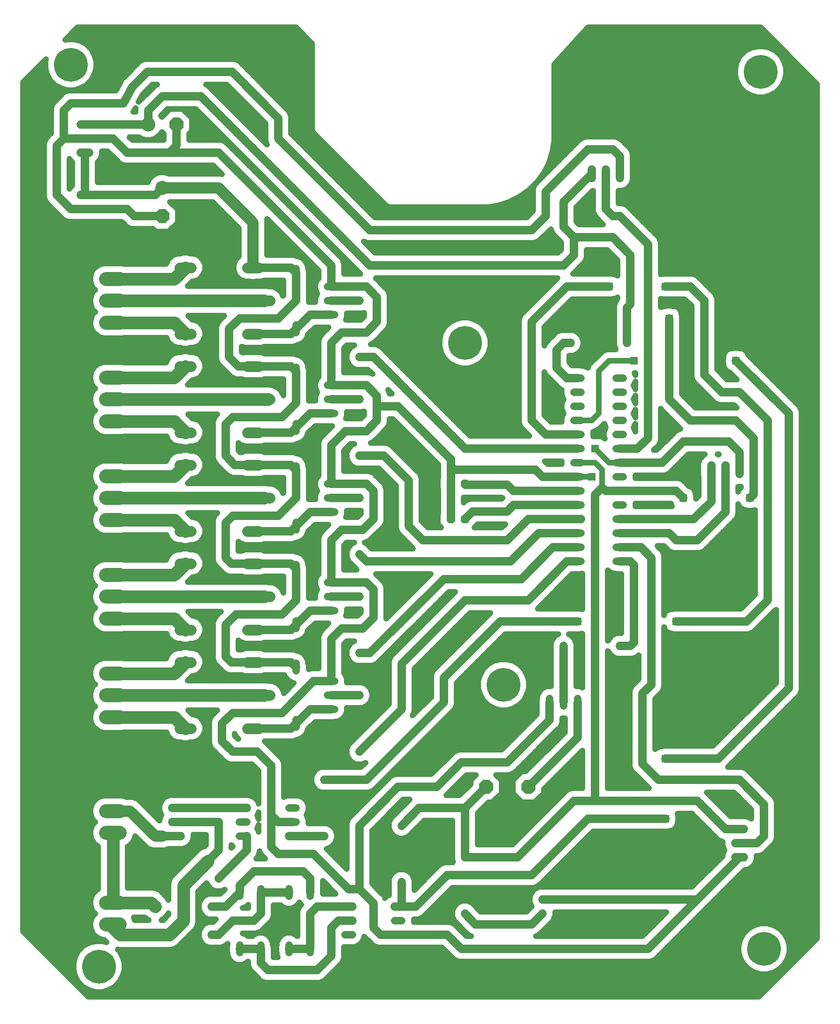
<source format=gbl>
G75*
%MOIN*%
%OFA0B0*%
%FSLAX25Y25*%
%IPPOS*%
%LPD*%
%AMOC8*
5,1,8,0,0,1.08239X$1,22.5*
%
%ADD10C,0.05200*%
%ADD11OC8,0.10000*%
%ADD12C,0.07800*%
%ADD13C,0.06000*%
%ADD14C,0.10000*%
%ADD15C,0.06100*%
%ADD16OC8,0.05200*%
%ADD17C,0.05200*%
%ADD18OC8,0.06300*%
%ADD19C,0.09900*%
%ADD20C,0.04000*%
%ADD21R,0.05315X0.05315*%
%ADD22C,0.08000*%
%ADD23C,0.09000*%
%ADD24C,0.24000*%
D10*
X0163000Y0040400D02*
X0163000Y0045600D01*
X0178000Y0045600D02*
X0178000Y0040400D01*
X0198000Y0040400D02*
X0198000Y0045600D01*
X0213000Y0045600D02*
X0213000Y0040400D01*
X0237800Y0053000D02*
X0243000Y0053000D01*
X0243000Y0063000D02*
X0237800Y0063000D01*
X0237800Y0073000D02*
X0243000Y0073000D01*
X0273000Y0073000D02*
X0278200Y0073000D01*
X0278200Y0063000D02*
X0273000Y0063000D01*
X0273000Y0053000D02*
X0278200Y0053000D01*
X0213000Y0080400D02*
X0213000Y0085600D01*
X0198000Y0085600D02*
X0198000Y0080400D01*
X0178000Y0080400D02*
X0178000Y0085600D01*
X0163000Y0085600D02*
X0163000Y0080400D01*
X0162800Y0123000D02*
X0168000Y0123000D01*
X0168000Y0133000D02*
X0162800Y0133000D01*
X0162800Y0143000D02*
X0168000Y0143000D01*
X0198000Y0143000D02*
X0203200Y0143000D01*
X0203200Y0133000D02*
X0198000Y0133000D01*
X0198000Y0123000D02*
X0203200Y0123000D01*
X0203000Y0200400D02*
X0203000Y0205600D01*
X0225400Y0213000D02*
X0230600Y0213000D01*
X0230600Y0223000D02*
X0225400Y0223000D01*
X0225400Y0233000D02*
X0230600Y0233000D01*
X0203000Y0240400D02*
X0203000Y0245600D01*
X0203000Y0270400D02*
X0203000Y0275600D01*
X0225400Y0283000D02*
X0230600Y0283000D01*
X0230600Y0293000D02*
X0225400Y0293000D01*
X0225400Y0303000D02*
X0230600Y0303000D01*
X0203000Y0310400D02*
X0203000Y0315600D01*
X0203000Y0340400D02*
X0203000Y0345600D01*
X0225400Y0353000D02*
X0230600Y0353000D01*
X0230600Y0363000D02*
X0225400Y0363000D01*
X0225400Y0373000D02*
X0230600Y0373000D01*
X0203000Y0380400D02*
X0203000Y0385600D01*
X0203000Y0410400D02*
X0203000Y0415600D01*
X0225400Y0423000D02*
X0230600Y0423000D01*
X0230600Y0433000D02*
X0225400Y0433000D01*
X0225400Y0443000D02*
X0230600Y0443000D01*
X0203000Y0450400D02*
X0203000Y0455600D01*
X0203000Y0480400D02*
X0203000Y0485600D01*
X0225400Y0493000D02*
X0230600Y0493000D01*
X0230600Y0503000D02*
X0225400Y0503000D01*
X0225400Y0513000D02*
X0230600Y0513000D01*
X0203000Y0520400D02*
X0203000Y0525600D01*
X0400400Y0448000D02*
X0405600Y0448000D01*
X0405600Y0438000D02*
X0400400Y0438000D01*
X0400400Y0428000D02*
X0405600Y0428000D01*
X0405600Y0418000D02*
X0400400Y0418000D01*
X0400400Y0408000D02*
X0405600Y0408000D01*
X0405600Y0398000D02*
X0400400Y0398000D01*
X0400400Y0388000D02*
X0405600Y0388000D01*
X0405600Y0378000D02*
X0400400Y0378000D01*
X0400400Y0368000D02*
X0405600Y0368000D01*
X0405600Y0358000D02*
X0400400Y0358000D01*
X0400400Y0348000D02*
X0405600Y0348000D01*
X0405600Y0338000D02*
X0400400Y0338000D01*
X0400400Y0328000D02*
X0405600Y0328000D01*
X0405600Y0318000D02*
X0400400Y0318000D01*
X0430400Y0318000D02*
X0435600Y0318000D01*
X0435600Y0328000D02*
X0430400Y0328000D01*
X0430400Y0338000D02*
X0435600Y0338000D01*
X0435600Y0348000D02*
X0430400Y0348000D01*
X0430400Y0358000D02*
X0435600Y0358000D01*
X0435600Y0368000D02*
X0430400Y0368000D01*
X0430400Y0378000D02*
X0435600Y0378000D01*
X0435600Y0388000D02*
X0430400Y0388000D01*
X0430400Y0398000D02*
X0435600Y0398000D01*
X0435600Y0408000D02*
X0430400Y0408000D01*
X0430400Y0418000D02*
X0435600Y0418000D01*
X0435600Y0428000D02*
X0430400Y0428000D01*
X0430400Y0438000D02*
X0435600Y0438000D01*
X0435600Y0448000D02*
X0430400Y0448000D01*
X0403000Y0220600D02*
X0403000Y0215400D01*
X0393000Y0215400D02*
X0393000Y0220600D01*
X0383000Y0220600D02*
X0383000Y0215400D01*
D11*
X0368000Y0158000D03*
X0338000Y0158000D03*
X0108000Y0563000D03*
X0118000Y0628000D03*
D12*
X0120600Y0526500D02*
X0128400Y0526500D01*
X0168600Y0526500D02*
X0176400Y0526500D01*
X0176600Y0503000D02*
X0184400Y0503000D01*
X0176400Y0479500D02*
X0168600Y0479500D01*
X0168600Y0456500D02*
X0176400Y0456500D01*
X0176600Y0433000D02*
X0184400Y0433000D01*
X0176400Y0409500D02*
X0168600Y0409500D01*
X0168600Y0386500D02*
X0176400Y0386500D01*
X0176600Y0363000D02*
X0184400Y0363000D01*
X0176400Y0339500D02*
X0168600Y0339500D01*
X0168600Y0316500D02*
X0176400Y0316500D01*
X0176600Y0293000D02*
X0184400Y0293000D01*
X0176400Y0269500D02*
X0168600Y0269500D01*
X0168600Y0246500D02*
X0176400Y0246500D01*
X0176600Y0223000D02*
X0184400Y0223000D01*
X0176400Y0199500D02*
X0168600Y0199500D01*
X0128400Y0199500D02*
X0120600Y0199500D01*
X0120600Y0246500D02*
X0128400Y0246500D01*
X0128400Y0269500D02*
X0120600Y0269500D01*
X0120600Y0316500D02*
X0128400Y0316500D01*
X0128400Y0339500D02*
X0120600Y0339500D01*
X0120600Y0386500D02*
X0128400Y0386500D01*
X0128400Y0409500D02*
X0120600Y0409500D01*
X0120600Y0456500D02*
X0128400Y0456500D01*
X0128400Y0479500D02*
X0120600Y0479500D01*
D13*
X0155500Y0483000D02*
X0155500Y0463000D01*
X0162000Y0456500D01*
X0172500Y0456500D01*
X0199500Y0456500D01*
X0203000Y0453000D01*
X0203000Y0430500D01*
X0193000Y0420500D01*
X0158000Y0420500D01*
X0153000Y0415500D01*
X0153000Y0393000D01*
X0159500Y0386500D01*
X0172500Y0386500D01*
X0199500Y0386500D01*
X0203000Y0383000D01*
X0203000Y0363000D01*
X0190500Y0350500D01*
X0158000Y0350500D01*
X0153000Y0345500D01*
X0153000Y0320500D01*
X0157000Y0316500D01*
X0172500Y0316500D01*
X0199500Y0316500D01*
X0203000Y0313000D01*
X0203000Y0290500D01*
X0193000Y0280500D01*
X0160500Y0280500D01*
X0153000Y0273000D01*
X0153000Y0250500D01*
X0157000Y0246500D01*
X0172500Y0246500D01*
X0199500Y0246500D01*
X0203000Y0243000D01*
X0215500Y0233000D02*
X0193000Y0210500D01*
X0158000Y0210500D01*
X0150500Y0203000D01*
X0150500Y0190500D01*
X0158000Y0183000D01*
X0175500Y0183000D01*
X0185500Y0173000D01*
X0185500Y0138000D01*
X0185500Y0115500D01*
X0190500Y0110500D01*
X0215500Y0110500D01*
X0240500Y0085500D01*
X0248000Y0085500D01*
X0248000Y0130500D01*
X0275500Y0158000D01*
X0303000Y0158000D01*
X0320500Y0175500D01*
X0353000Y0175500D01*
X0383000Y0205500D01*
X0383000Y0218000D01*
X0393000Y0218000D02*
X0393000Y0258000D01*
X0403000Y0275500D02*
X0348000Y0275500D01*
X0308000Y0235500D01*
X0308000Y0218000D01*
X0253000Y0163000D01*
X0223000Y0163000D01*
X0248000Y0183000D02*
X0278000Y0213000D01*
X0278000Y0245500D01*
X0323000Y0290500D01*
X0368000Y0290500D01*
X0395500Y0318000D01*
X0403000Y0318000D01*
X0403000Y0328000D02*
X0385500Y0328000D01*
X0363000Y0305500D01*
X0308000Y0305500D01*
X0255500Y0253000D01*
X0248000Y0253000D01*
X0250500Y0270500D02*
X0235500Y0270500D01*
X0228000Y0263000D01*
X0228000Y0233000D01*
X0215500Y0233000D01*
X0228000Y0223000D02*
X0248000Y0223000D01*
X0228000Y0213000D02*
X0213000Y0213000D01*
X0203000Y0203000D01*
X0199500Y0199500D01*
X0172500Y0199500D01*
X0168000Y0143000D02*
X0118000Y0143000D01*
X0121000Y0143000D02*
X0115000Y0143000D01*
X0115000Y0133000D02*
X0121000Y0133000D01*
X0118000Y0133000D02*
X0148000Y0133000D01*
X0148000Y0113000D01*
X0140500Y0105500D01*
X0148000Y0093000D02*
X0168000Y0113000D01*
X0168000Y0123000D01*
X0185500Y0138000D02*
X0190500Y0133000D01*
X0200500Y0133000D01*
X0198000Y0123000D02*
X0223000Y0123000D01*
X0208000Y0098000D02*
X0173000Y0098000D01*
X0163000Y0088000D01*
X0163000Y0083000D01*
X0153000Y0073000D01*
X0143000Y0073000D01*
X0158000Y0063000D02*
X0173000Y0063000D01*
X0178000Y0068000D01*
X0178000Y0083000D01*
X0198000Y0083000D01*
X0208000Y0098000D02*
X0213000Y0093000D01*
X0213000Y0083000D01*
X0218000Y0073000D02*
X0243000Y0073000D01*
X0243000Y0063000D02*
X0233000Y0063000D01*
X0228000Y0058000D01*
X0228000Y0038000D01*
X0218000Y0028000D01*
X0183000Y0028000D01*
X0178000Y0033000D01*
X0178000Y0043000D01*
X0163000Y0043000D01*
X0148000Y0053000D02*
X0158000Y0063000D01*
X0148000Y0053000D02*
X0143000Y0053000D01*
X0198000Y0043000D02*
X0213000Y0043000D01*
X0213000Y0068000D01*
X0218000Y0073000D01*
X0248000Y0085500D02*
X0258000Y0075500D01*
X0258000Y0058000D01*
X0263000Y0053000D01*
X0275500Y0053000D01*
X0273000Y0053000D02*
X0310500Y0053000D01*
X0320500Y0043000D01*
X0453000Y0043000D01*
X0488000Y0078000D01*
X0378000Y0078000D01*
X0378000Y0068000D02*
X0370500Y0060500D01*
X0330500Y0060500D01*
X0323000Y0068000D01*
X0310500Y0095500D02*
X0370500Y0095500D01*
X0410500Y0135500D01*
X0465500Y0135500D01*
X0488000Y0148000D02*
X0415500Y0148000D01*
X0415500Y0365500D01*
X0420500Y0370500D01*
X0423000Y0368000D01*
X0433000Y0368000D01*
X0473000Y0368000D01*
X0478000Y0363000D01*
X0485500Y0348000D02*
X0498000Y0360500D01*
X0498000Y0383000D01*
X0508000Y0383000D02*
X0508000Y0353000D01*
X0488000Y0333000D01*
X0473000Y0333000D01*
X0468000Y0338000D01*
X0433000Y0338000D01*
X0433000Y0328000D02*
X0448000Y0328000D01*
X0455500Y0320500D01*
X0455500Y0230500D01*
X0449250Y0224250D01*
X0449250Y0174250D01*
X0460500Y0163000D01*
X0518000Y0163000D01*
X0535500Y0145500D01*
X0535500Y0123000D01*
X0530500Y0118000D01*
X0518000Y0118000D01*
X0515000Y0118000D02*
X0521000Y0118000D01*
X0521000Y0108000D02*
X0515000Y0108000D01*
X0518000Y0108000D02*
X0488000Y0078000D01*
X0508000Y0128000D02*
X0488000Y0148000D01*
X0508000Y0128000D02*
X0518000Y0128000D01*
X0515000Y0128000D02*
X0521000Y0128000D01*
X0503000Y0178000D02*
X0553000Y0228000D01*
X0553000Y0423000D01*
X0515500Y0460500D01*
X0518000Y0438000D02*
X0505500Y0438000D01*
X0493000Y0450500D01*
X0493000Y0503000D01*
X0483000Y0513000D01*
X0465500Y0513000D01*
X0468000Y0490500D02*
X0468000Y0433000D01*
X0483000Y0418000D01*
X0515500Y0418000D01*
X0528000Y0405500D01*
X0528000Y0383000D01*
X0528000Y0365500D01*
X0525500Y0363000D01*
X0518000Y0383000D02*
X0518000Y0395500D01*
X0510500Y0403000D01*
X0478000Y0403000D01*
X0463000Y0388000D01*
X0433000Y0388000D01*
X0433000Y0398000D02*
X0445500Y0398000D01*
X0453000Y0405500D01*
X0453000Y0543000D01*
X0433000Y0563000D01*
X0428000Y0563000D01*
X0423000Y0568000D01*
X0423000Y0593000D01*
X0423000Y0596000D02*
X0423000Y0590000D01*
X0413000Y0590000D02*
X0413000Y0596000D01*
X0413000Y0593000D02*
X0393000Y0573000D01*
X0393000Y0563000D01*
X0393000Y0555500D01*
X0400500Y0548000D01*
X0400500Y0535500D01*
X0393000Y0528000D01*
X0255500Y0528000D01*
X0135500Y0648000D01*
X0108000Y0648000D01*
X0098000Y0638000D01*
X0098000Y0628000D01*
X0053000Y0628000D01*
X0056000Y0628000D02*
X0050000Y0628000D01*
X0050000Y0618000D02*
X0056000Y0618000D01*
X0053000Y0618000D02*
X0073000Y0618000D01*
X0083000Y0608000D01*
X0113000Y0608000D01*
X0148000Y0608000D01*
X0228000Y0528000D01*
X0228000Y0513000D01*
X0253000Y0513000D01*
X0260500Y0505500D01*
X0260500Y0488000D01*
X0253000Y0480500D01*
X0235500Y0480500D01*
X0228000Y0473000D01*
X0228000Y0443000D01*
X0253000Y0443000D01*
X0260500Y0435500D01*
X0260500Y0428000D01*
X0275500Y0428000D01*
X0313000Y0390500D01*
X0313000Y0385500D01*
X0315500Y0383000D01*
X0373000Y0383000D01*
X0378000Y0378000D01*
X0403000Y0378000D01*
X0403000Y0368000D02*
X0357500Y0368000D01*
X0353000Y0372500D01*
X0323500Y0372500D01*
X0323000Y0373000D01*
X0313000Y0373000D02*
X0313000Y0385500D01*
X0313000Y0373000D02*
X0313000Y0348000D01*
X0323000Y0348000D02*
X0328500Y0353500D01*
X0353000Y0353500D01*
X0357500Y0358000D01*
X0403000Y0358000D01*
X0405500Y0348000D02*
X0368000Y0348000D01*
X0353000Y0333000D01*
X0293000Y0333000D01*
X0283000Y0343000D01*
X0283000Y0375500D01*
X0265500Y0393000D01*
X0248000Y0393000D01*
X0253000Y0410500D02*
X0238000Y0410500D01*
X0228000Y0400500D01*
X0228000Y0373000D01*
X0253000Y0373000D01*
X0258000Y0368000D01*
X0258000Y0348000D01*
X0250500Y0340500D01*
X0235500Y0340500D01*
X0228000Y0333000D01*
X0228000Y0303000D01*
X0253000Y0303000D01*
X0258000Y0298000D01*
X0258000Y0278000D01*
X0250500Y0270500D01*
X0248000Y0293000D02*
X0228000Y0293000D01*
X0228000Y0283000D02*
X0213000Y0283000D01*
X0203000Y0273000D01*
X0199500Y0269500D01*
X0172500Y0269500D01*
X0172500Y0339500D02*
X0199500Y0339500D01*
X0203000Y0343000D01*
X0213000Y0353000D01*
X0228000Y0353000D01*
X0228000Y0363000D02*
X0248000Y0363000D01*
X0248000Y0323000D02*
X0253000Y0318000D01*
X0355500Y0318000D01*
X0375500Y0338000D01*
X0403000Y0338000D01*
X0433000Y0348000D02*
X0485500Y0348000D01*
X0443000Y0315500D02*
X0443000Y0260500D01*
X0440500Y0258000D01*
X0433000Y0258000D01*
X0403000Y0218000D02*
X0403000Y0193000D01*
X0368000Y0158000D01*
X0338000Y0158000D02*
X0323000Y0143000D01*
X0290500Y0143000D01*
X0278000Y0130500D01*
X0310500Y0095500D02*
X0288000Y0073000D01*
X0278000Y0073000D01*
X0278000Y0090500D01*
X0278000Y0073000D02*
X0273000Y0073000D01*
X0323000Y0108000D02*
X0360500Y0108000D01*
X0400500Y0148000D01*
X0415500Y0148000D01*
X0465500Y0178000D02*
X0503000Y0178000D01*
X0523000Y0275500D02*
X0473000Y0275500D01*
X0443000Y0315500D02*
X0440500Y0318000D01*
X0433000Y0318000D01*
X0403000Y0398000D02*
X0323000Y0398000D01*
X0258000Y0463000D01*
X0248000Y0463000D01*
X0248000Y0433000D02*
X0228000Y0433000D01*
X0228000Y0423000D02*
X0213000Y0423000D01*
X0203000Y0413000D01*
X0199500Y0409500D01*
X0172500Y0409500D01*
X0172500Y0479500D02*
X0199500Y0479500D01*
X0203000Y0483000D01*
X0213000Y0493000D01*
X0228000Y0493000D01*
X0228000Y0503000D02*
X0248000Y0503000D01*
X0255500Y0553000D02*
X0370500Y0553000D01*
X0380500Y0563000D01*
X0380500Y0580500D01*
X0410500Y0610500D01*
X0428000Y0610500D01*
X0433000Y0605500D01*
X0433000Y0593000D01*
X0433000Y0596000D02*
X0433000Y0590000D01*
X0428000Y0548000D02*
X0400500Y0548000D01*
X0428000Y0548000D02*
X0440500Y0535500D01*
X0440500Y0500500D01*
X0438000Y0498000D01*
X0438000Y0490500D01*
X0438000Y0473000D01*
X0425500Y0513000D02*
X0395500Y0513000D01*
X0370500Y0488000D01*
X0370500Y0418000D01*
X0380500Y0408000D01*
X0403000Y0408000D01*
X0403000Y0448000D02*
X0395500Y0448000D01*
X0388000Y0455500D01*
X0388000Y0468000D01*
X0393000Y0473000D01*
X0398000Y0473000D01*
X0518000Y0438000D02*
X0538000Y0418000D01*
X0538000Y0290500D01*
X0523000Y0275500D01*
X0323000Y0143000D02*
X0323000Y0108000D01*
X0121000Y0123000D02*
X0115000Y0123000D01*
X0118000Y0123000D02*
X0108000Y0123000D01*
X0085500Y0140500D02*
X0085200Y0140800D01*
X0253000Y0410500D02*
X0260500Y0418000D01*
X0260500Y0428000D01*
X0190500Y0490500D02*
X0203000Y0503000D01*
X0203000Y0523000D01*
X0199500Y0526500D01*
X0172500Y0526500D01*
X0163000Y0490500D02*
X0155500Y0483000D01*
X0163000Y0490500D02*
X0190500Y0490500D01*
X0255500Y0553000D02*
X0190500Y0618000D01*
X0190500Y0632430D01*
X0157664Y0665265D01*
X0097329Y0665265D01*
X0086842Y0654778D01*
X0080500Y0643000D01*
X0043000Y0643000D01*
X0038000Y0638000D01*
X0038000Y0618000D01*
X0053000Y0618000D01*
X0053000Y0608000D02*
X0053000Y0578000D01*
X0103000Y0578000D01*
X0108000Y0583000D01*
X0108000Y0563000D02*
X0088000Y0563000D01*
X0083000Y0568000D01*
X0053000Y0568000D01*
X0043000Y0568000D01*
X0033000Y0578000D01*
X0033000Y0613000D01*
X0038000Y0618000D01*
X0050000Y0608000D02*
X0056000Y0608000D01*
X0056000Y0578000D02*
X0050000Y0578000D01*
X0050000Y0568000D02*
X0056000Y0568000D01*
X0113000Y0608000D02*
X0118000Y0613000D01*
X0118000Y0628000D01*
D14*
X0098000Y0628000D03*
X0108000Y0583000D03*
D15*
X0498000Y0386050D02*
X0498000Y0379950D01*
X0508000Y0379950D02*
X0508000Y0386050D01*
X0518000Y0386050D02*
X0518000Y0379950D01*
X0528000Y0379950D02*
X0528000Y0386050D01*
D16*
X0438000Y0473000D03*
X0398000Y0473000D03*
X0393000Y0563000D03*
X0433000Y0563000D03*
X0248000Y0503000D03*
X0248000Y0463000D03*
X0248000Y0433000D03*
X0248000Y0393000D03*
X0248000Y0363000D03*
X0248000Y0323000D03*
X0248000Y0293000D03*
X0248000Y0253000D03*
X0248000Y0223000D03*
X0248000Y0183000D03*
X0223000Y0163000D03*
X0223000Y0123000D03*
X0278000Y0130500D03*
X0278000Y0090500D03*
X0323000Y0108000D03*
X0323000Y0068000D03*
X0378000Y0068000D03*
X0378000Y0078000D03*
X0393000Y0258000D03*
X0433000Y0258000D03*
X0148000Y0133000D03*
X0148000Y0093000D03*
X0143000Y0073000D03*
X0143000Y0053000D03*
X0103000Y0053000D03*
X0103000Y0073000D03*
D17*
X0353000Y0353500D03*
X0353000Y0372500D03*
D18*
X0323000Y0373000D03*
X0313000Y0373000D03*
X0313000Y0348000D03*
X0323000Y0348000D03*
D19*
X0077950Y0347300D02*
X0068050Y0347300D01*
X0068050Y0362900D02*
X0077950Y0362900D01*
X0077950Y0378500D02*
X0068050Y0378500D01*
X0068050Y0417300D02*
X0077950Y0417300D01*
X0077950Y0432900D02*
X0068050Y0432900D01*
X0068050Y0448500D02*
X0077950Y0448500D01*
X0077950Y0487300D02*
X0068050Y0487300D01*
X0068050Y0502900D02*
X0077950Y0502900D01*
X0077950Y0518500D02*
X0068050Y0518500D01*
X0068050Y0308500D02*
X0077950Y0308500D01*
X0077950Y0292900D02*
X0068050Y0292900D01*
X0068050Y0277300D02*
X0077950Y0277300D01*
X0077950Y0238500D02*
X0068050Y0238500D01*
X0068050Y0222900D02*
X0077950Y0222900D01*
X0077950Y0207300D02*
X0068050Y0207300D01*
X0068050Y0140800D02*
X0077950Y0140800D01*
X0077950Y0125200D02*
X0068050Y0125200D01*
X0068050Y0075800D02*
X0077950Y0075800D01*
X0077950Y0060200D02*
X0068050Y0060200D01*
D20*
X0045568Y0034988D02*
X0029497Y0034988D01*
X0025499Y0038987D02*
X0047115Y0038987D01*
X0046227Y0037448D02*
X0045000Y0032870D01*
X0045000Y0028130D01*
X0046227Y0023552D01*
X0048596Y0019448D01*
X0051948Y0016096D01*
X0056052Y0013727D01*
X0060630Y0012500D01*
X0065370Y0012500D01*
X0069948Y0013727D01*
X0074052Y0016096D01*
X0077404Y0019448D01*
X0079773Y0023552D01*
X0081000Y0028130D01*
X0081000Y0032870D01*
X0079773Y0037448D01*
X0077404Y0041552D01*
X0076397Y0042559D01*
X0076618Y0042500D01*
X0114382Y0042500D01*
X0117053Y0043216D01*
X0119447Y0044598D01*
X0121402Y0046553D01*
X0131402Y0056553D01*
X0132784Y0058947D01*
X0133500Y0061618D01*
X0133500Y0083651D01*
X0139400Y0089551D01*
X0139400Y0089438D01*
X0139970Y0088868D01*
X0140370Y0087902D01*
X0142902Y0085370D01*
X0143868Y0084970D01*
X0144438Y0084400D01*
X0145244Y0084400D01*
X0146210Y0084000D01*
X0149790Y0084000D01*
X0150756Y0084400D01*
X0151562Y0084400D01*
X0152132Y0084970D01*
X0152320Y0085048D01*
X0149272Y0082000D01*
X0141210Y0082000D01*
X0140244Y0081600D01*
X0139438Y0081600D01*
X0138868Y0081030D01*
X0137902Y0080630D01*
X0135370Y0078098D01*
X0134970Y0077132D01*
X0134400Y0076562D01*
X0134400Y0075756D01*
X0134000Y0074790D01*
X0134000Y0071210D01*
X0134400Y0070244D01*
X0134400Y0069438D01*
X0134970Y0068868D01*
X0135370Y0067902D01*
X0137902Y0065370D01*
X0138868Y0064970D01*
X0139438Y0064400D01*
X0140244Y0064400D01*
X0141210Y0064000D01*
X0146272Y0064000D01*
X0144272Y0062000D01*
X0141210Y0062000D01*
X0140244Y0061600D01*
X0139438Y0061600D01*
X0138868Y0061030D01*
X0137902Y0060630D01*
X0135370Y0058098D01*
X0134970Y0057132D01*
X0134400Y0056562D01*
X0134400Y0055756D01*
X0134000Y0054790D01*
X0134000Y0051210D01*
X0134400Y0050244D01*
X0134400Y0049438D01*
X0134970Y0048868D01*
X0135370Y0047902D01*
X0137902Y0045370D01*
X0138868Y0044970D01*
X0139438Y0044400D01*
X0140244Y0044400D01*
X0141210Y0044000D01*
X0149790Y0044000D01*
X0153098Y0045370D01*
X0154400Y0046672D01*
X0154400Y0045756D01*
X0154000Y0044790D01*
X0154000Y0041210D01*
X0154400Y0040244D01*
X0154400Y0038689D01*
X0155709Y0035528D01*
X0158128Y0033109D01*
X0161289Y0031800D01*
X0164711Y0031800D01*
X0167872Y0033109D01*
X0168762Y0034000D01*
X0169000Y0034000D01*
X0169000Y0031210D01*
X0170370Y0027902D01*
X0175370Y0022902D01*
X0177902Y0020370D01*
X0181210Y0019000D01*
X0219790Y0019000D01*
X0223098Y0020370D01*
X0233098Y0030370D01*
X0235630Y0032902D01*
X0237000Y0036210D01*
X0237000Y0044400D01*
X0244711Y0044400D01*
X0247872Y0045709D01*
X0250291Y0048128D01*
X0251600Y0051289D01*
X0251600Y0051672D01*
X0252902Y0050370D01*
X0255370Y0047902D01*
X0257902Y0045370D01*
X0261210Y0044000D01*
X0306772Y0044000D01*
X0312870Y0037902D01*
X0315402Y0035370D01*
X0318710Y0034000D01*
X0454790Y0034000D01*
X0458098Y0035370D01*
X0495630Y0072902D01*
X0521728Y0099000D01*
X0522790Y0099000D01*
X0526098Y0100370D01*
X0528630Y0102902D01*
X0530000Y0106210D01*
X0530000Y0109000D01*
X0532290Y0109000D01*
X0535598Y0110370D01*
X0538130Y0112902D01*
X0540598Y0115370D01*
X0543130Y0117902D01*
X0544500Y0121210D01*
X0544500Y0147290D01*
X0543130Y0150598D01*
X0525630Y0168098D01*
X0523098Y0170630D01*
X0519790Y0172000D01*
X0509728Y0172000D01*
X0560630Y0222902D01*
X0562000Y0226210D01*
X0562000Y0424790D01*
X0560630Y0428098D01*
X0558098Y0430630D01*
X0524002Y0464726D01*
X0523244Y0466556D01*
X0521556Y0468244D01*
X0519351Y0469157D01*
X0518117Y0469157D01*
X0517290Y0469500D01*
X0513710Y0469500D01*
X0512883Y0469157D01*
X0511649Y0469157D01*
X0509444Y0468244D01*
X0507756Y0466556D01*
X0506843Y0464351D01*
X0506843Y0463117D01*
X0506500Y0462290D01*
X0506500Y0458710D01*
X0506843Y0457883D01*
X0506843Y0456649D01*
X0507756Y0454444D01*
X0509444Y0452756D01*
X0511274Y0451998D01*
X0516272Y0447000D01*
X0509228Y0447000D01*
X0502000Y0454228D01*
X0502000Y0504790D01*
X0500630Y0508098D01*
X0498098Y0510630D01*
X0490630Y0518098D01*
X0488098Y0520630D01*
X0484790Y0522000D01*
X0463710Y0522000D01*
X0462883Y0521657D01*
X0462000Y0521657D01*
X0462000Y0544790D01*
X0460630Y0548098D01*
X0458098Y0550630D01*
X0438098Y0570630D01*
X0437132Y0571030D01*
X0436562Y0571600D01*
X0435756Y0571600D01*
X0434790Y0572000D01*
X0432000Y0572000D01*
X0432000Y0581000D01*
X0434790Y0581000D01*
X0438098Y0582370D01*
X0440630Y0584902D01*
X0442000Y0588210D01*
X0442000Y0607290D01*
X0440630Y0610598D01*
X0435630Y0615598D01*
X0433098Y0618130D01*
X0429790Y0619500D01*
X0408710Y0619500D01*
X0405402Y0618130D01*
X0402870Y0615598D01*
X0372870Y0585598D01*
X0371500Y0582290D01*
X0371500Y0566728D01*
X0366772Y0562000D01*
X0259228Y0562000D01*
X0199500Y0621728D01*
X0199500Y0634220D01*
X0198130Y0637528D01*
X0195598Y0640059D01*
X0162763Y0672895D01*
X0159455Y0674265D01*
X0095539Y0674265D01*
X0092231Y0672895D01*
X0080800Y0661464D01*
X0079766Y0660621D01*
X0079544Y0660207D01*
X0079212Y0659876D01*
X0078701Y0658643D01*
X0075124Y0652000D01*
X0041210Y0652000D01*
X0037902Y0650630D01*
X0035370Y0648098D01*
X0030370Y0643098D01*
X0029000Y0639790D01*
X0029000Y0621728D01*
X0027902Y0620630D01*
X0027902Y0620630D01*
X0025370Y0618098D01*
X0024000Y0614790D01*
X0024000Y0576210D01*
X0025370Y0572902D01*
X0027902Y0570370D01*
X0037902Y0560370D01*
X0041210Y0559000D01*
X0079272Y0559000D01*
X0080370Y0557902D01*
X0082902Y0555370D01*
X0086210Y0554000D01*
X0101444Y0554000D01*
X0103444Y0552000D01*
X0112556Y0552000D01*
X0119000Y0558444D01*
X0119000Y0567556D01*
X0113556Y0573000D01*
X0143858Y0573000D01*
X0162500Y0554358D01*
X0162500Y0534401D01*
X0160207Y0532108D01*
X0158700Y0528469D01*
X0158700Y0524531D01*
X0160207Y0520892D01*
X0162992Y0518107D01*
X0166631Y0516600D01*
X0170269Y0516600D01*
X0170511Y0516500D01*
X0174489Y0516500D01*
X0174731Y0516600D01*
X0178369Y0516600D01*
X0180542Y0517500D01*
X0194000Y0517500D01*
X0194000Y0506728D01*
X0193697Y0506425D01*
X0192793Y0508608D01*
X0190008Y0511393D01*
X0186369Y0512900D01*
X0184122Y0512900D01*
X0181882Y0513500D01*
X0179118Y0513500D01*
X0178744Y0513400D01*
X0126249Y0513400D01*
X0129449Y0516600D01*
X0130369Y0516600D01*
X0134008Y0518107D01*
X0136793Y0520892D01*
X0138300Y0524531D01*
X0138300Y0528469D01*
X0136793Y0532108D01*
X0134008Y0534893D01*
X0130369Y0536400D01*
X0128122Y0536400D01*
X0125882Y0537000D01*
X0123118Y0537000D01*
X0120878Y0536400D01*
X0118631Y0536400D01*
X0114992Y0534893D01*
X0112207Y0532108D01*
X0110920Y0529000D01*
X0081071Y0529000D01*
X0079392Y0529450D01*
X0066608Y0529450D01*
X0063823Y0528704D01*
X0061327Y0527262D01*
X0059288Y0525223D01*
X0057846Y0522727D01*
X0057100Y0519942D01*
X0057100Y0517058D01*
X0057846Y0514273D01*
X0059288Y0511777D01*
X0060364Y0510700D01*
X0059288Y0509623D01*
X0057846Y0507127D01*
X0057100Y0504342D01*
X0057100Y0501458D01*
X0057846Y0498673D01*
X0059288Y0496177D01*
X0060364Y0495100D01*
X0059288Y0494023D01*
X0057846Y0491527D01*
X0057100Y0488742D01*
X0057100Y0485858D01*
X0057846Y0483073D01*
X0059288Y0480577D01*
X0061327Y0478538D01*
X0063823Y0477096D01*
X0066608Y0476350D01*
X0079392Y0476350D01*
X0081071Y0476800D01*
X0111003Y0476800D01*
X0112207Y0473892D01*
X0114992Y0471107D01*
X0118631Y0469600D01*
X0120878Y0469600D01*
X0123118Y0469000D01*
X0125882Y0469000D01*
X0128122Y0469600D01*
X0130369Y0469600D01*
X0134008Y0471107D01*
X0136793Y0473892D01*
X0138300Y0477531D01*
X0138300Y0481469D01*
X0136793Y0485108D01*
X0134008Y0487893D01*
X0130369Y0489400D01*
X0129449Y0489400D01*
X0126449Y0492400D01*
X0152172Y0492400D01*
X0150402Y0490630D01*
X0147870Y0488098D01*
X0146500Y0484790D01*
X0146500Y0461210D01*
X0147870Y0457902D01*
X0156902Y0448870D01*
X0160210Y0447500D01*
X0164458Y0447500D01*
X0166631Y0446600D01*
X0178369Y0446600D01*
X0180542Y0447500D01*
X0194000Y0447500D01*
X0194000Y0435693D01*
X0192793Y0438608D01*
X0190008Y0441393D01*
X0188080Y0442191D01*
X0187053Y0442784D01*
X0184382Y0443500D01*
X0179118Y0443500D01*
X0178744Y0443400D01*
X0126249Y0443400D01*
X0129449Y0446600D01*
X0130369Y0446600D01*
X0134008Y0448107D01*
X0136793Y0450892D01*
X0138300Y0454531D01*
X0138300Y0458469D01*
X0136793Y0462108D01*
X0134008Y0464893D01*
X0130369Y0466400D01*
X0128122Y0466400D01*
X0125882Y0467000D01*
X0123118Y0467000D01*
X0120878Y0466400D01*
X0118631Y0466400D01*
X0114992Y0464893D01*
X0112207Y0462108D01*
X0110920Y0459000D01*
X0081071Y0459000D01*
X0079392Y0459450D01*
X0066608Y0459450D01*
X0063823Y0458704D01*
X0061327Y0457262D01*
X0059288Y0455223D01*
X0057846Y0452727D01*
X0057100Y0449942D01*
X0057100Y0447058D01*
X0057846Y0444273D01*
X0059288Y0441777D01*
X0060364Y0440700D01*
X0059288Y0439623D01*
X0057846Y0437127D01*
X0057100Y0434342D01*
X0057100Y0431458D01*
X0057846Y0428673D01*
X0059288Y0426177D01*
X0060364Y0425100D01*
X0059288Y0424023D01*
X0057846Y0421527D01*
X0057100Y0418742D01*
X0057100Y0415858D01*
X0057846Y0413073D01*
X0059288Y0410577D01*
X0061327Y0408538D01*
X0063823Y0407096D01*
X0066608Y0406350D01*
X0079392Y0406350D01*
X0081071Y0406800D01*
X0111003Y0406800D01*
X0112207Y0403892D01*
X0114992Y0401107D01*
X0118631Y0399600D01*
X0120878Y0399600D01*
X0123118Y0399000D01*
X0125882Y0399000D01*
X0128122Y0399600D01*
X0130369Y0399600D01*
X0134008Y0401107D01*
X0136793Y0403892D01*
X0138300Y0407531D01*
X0138300Y0411469D01*
X0136793Y0415108D01*
X0134008Y0417893D01*
X0130369Y0419400D01*
X0129449Y0419400D01*
X0126449Y0422400D01*
X0147172Y0422400D01*
X0145370Y0420598D01*
X0144000Y0417290D01*
X0144000Y0391210D01*
X0145370Y0387902D01*
X0147902Y0385370D01*
X0151870Y0381402D01*
X0151870Y0381402D01*
X0154402Y0378870D01*
X0157710Y0377500D01*
X0164458Y0377500D01*
X0166631Y0376600D01*
X0178369Y0376600D01*
X0180542Y0377500D01*
X0194000Y0377500D01*
X0194000Y0366728D01*
X0193697Y0366425D01*
X0192793Y0368608D01*
X0190008Y0371393D01*
X0186369Y0372900D01*
X0184122Y0372900D01*
X0181882Y0373500D01*
X0179118Y0373500D01*
X0178744Y0373400D01*
X0126249Y0373400D01*
X0129449Y0376600D01*
X0130369Y0376600D01*
X0134008Y0378107D01*
X0136793Y0380892D01*
X0138300Y0384531D01*
X0138300Y0388469D01*
X0136793Y0392108D01*
X0134008Y0394893D01*
X0130369Y0396400D01*
X0128122Y0396400D01*
X0125882Y0397000D01*
X0123118Y0397000D01*
X0120878Y0396400D01*
X0118631Y0396400D01*
X0114992Y0394893D01*
X0112207Y0392108D01*
X0110920Y0389000D01*
X0081071Y0389000D01*
X0079392Y0389450D01*
X0066608Y0389450D01*
X0063823Y0388704D01*
X0061327Y0387262D01*
X0059288Y0385223D01*
X0057846Y0382727D01*
X0057100Y0379942D01*
X0057100Y0377058D01*
X0057846Y0374273D01*
X0059288Y0371777D01*
X0060364Y0370700D01*
X0059288Y0369623D01*
X0057846Y0367127D01*
X0057100Y0364342D01*
X0057100Y0361458D01*
X0057846Y0358673D01*
X0059288Y0356177D01*
X0060364Y0355100D01*
X0059288Y0354023D01*
X0057846Y0351527D01*
X0057100Y0348742D01*
X0057100Y0345858D01*
X0057846Y0343073D01*
X0059288Y0340577D01*
X0061327Y0338538D01*
X0063823Y0337096D01*
X0066608Y0336350D01*
X0079392Y0336350D01*
X0081071Y0336800D01*
X0111003Y0336800D01*
X0112207Y0333892D01*
X0114992Y0331107D01*
X0118631Y0329600D01*
X0120878Y0329600D01*
X0123118Y0329000D01*
X0125882Y0329000D01*
X0128122Y0329600D01*
X0130369Y0329600D01*
X0134008Y0331107D01*
X0136793Y0333892D01*
X0138300Y0337531D01*
X0138300Y0341469D01*
X0136793Y0345108D01*
X0134008Y0347893D01*
X0130369Y0349400D01*
X0129449Y0349400D01*
X0126449Y0352400D01*
X0147172Y0352400D01*
X0145370Y0350598D01*
X0144000Y0347290D01*
X0144000Y0318710D01*
X0145370Y0315402D01*
X0151902Y0308870D01*
X0155210Y0307500D01*
X0164458Y0307500D01*
X0166631Y0306600D01*
X0178369Y0306600D01*
X0180542Y0307500D01*
X0194000Y0307500D01*
X0194000Y0295693D01*
X0192793Y0298608D01*
X0190008Y0301393D01*
X0186369Y0302900D01*
X0184122Y0302900D01*
X0181882Y0303500D01*
X0179118Y0303500D01*
X0178744Y0303400D01*
X0126249Y0303400D01*
X0129449Y0306600D01*
X0130369Y0306600D01*
X0134008Y0308107D01*
X0136793Y0310892D01*
X0138300Y0314531D01*
X0138300Y0318469D01*
X0136793Y0322108D01*
X0134008Y0324893D01*
X0130369Y0326400D01*
X0128122Y0326400D01*
X0125882Y0327000D01*
X0123118Y0327000D01*
X0120878Y0326400D01*
X0118631Y0326400D01*
X0114992Y0324893D01*
X0112207Y0322108D01*
X0110920Y0319000D01*
X0081071Y0319000D01*
X0079392Y0319450D01*
X0066608Y0319450D01*
X0063823Y0318704D01*
X0061327Y0317262D01*
X0059288Y0315223D01*
X0057846Y0312727D01*
X0057100Y0309942D01*
X0057100Y0307058D01*
X0057846Y0304273D01*
X0059288Y0301777D01*
X0060364Y0300700D01*
X0059288Y0299623D01*
X0057846Y0297127D01*
X0057100Y0294342D01*
X0057100Y0291458D01*
X0057846Y0288673D01*
X0059288Y0286177D01*
X0060364Y0285100D01*
X0059288Y0284023D01*
X0057846Y0281527D01*
X0057100Y0278742D01*
X0057100Y0275858D01*
X0057846Y0273073D01*
X0059288Y0270577D01*
X0061327Y0268538D01*
X0063823Y0267096D01*
X0066608Y0266350D01*
X0079392Y0266350D01*
X0081071Y0266800D01*
X0111003Y0266800D01*
X0112207Y0263892D01*
X0114992Y0261107D01*
X0118631Y0259600D01*
X0120878Y0259600D01*
X0123118Y0259000D01*
X0125882Y0259000D01*
X0128122Y0259600D01*
X0130369Y0259600D01*
X0134008Y0261107D01*
X0136793Y0263892D01*
X0138300Y0267531D01*
X0138300Y0271469D01*
X0136793Y0275108D01*
X0134008Y0277893D01*
X0130369Y0279400D01*
X0129449Y0279400D01*
X0126449Y0282400D01*
X0149672Y0282400D01*
X0147902Y0280630D01*
X0147902Y0280630D01*
X0145370Y0278098D01*
X0144000Y0274790D01*
X0144000Y0248710D01*
X0145370Y0245402D01*
X0147902Y0242870D01*
X0149370Y0241402D01*
X0151902Y0238870D01*
X0155210Y0237500D01*
X0164458Y0237500D01*
X0166631Y0236600D01*
X0178369Y0236600D01*
X0180542Y0237500D01*
X0194893Y0237500D01*
X0195709Y0235528D01*
X0198128Y0233109D01*
X0201289Y0231800D01*
X0201572Y0231800D01*
X0194300Y0224528D01*
X0194300Y0224969D01*
X0192793Y0228608D01*
X0190008Y0231393D01*
X0186369Y0232900D01*
X0184122Y0232900D01*
X0181882Y0233500D01*
X0179118Y0233500D01*
X0178744Y0233400D01*
X0126249Y0233400D01*
X0129449Y0236600D01*
X0130369Y0236600D01*
X0134008Y0238107D01*
X0136793Y0240892D01*
X0138300Y0244531D01*
X0138300Y0248469D01*
X0136793Y0252108D01*
X0134008Y0254893D01*
X0130369Y0256400D01*
X0128122Y0256400D01*
X0125882Y0257000D01*
X0123118Y0257000D01*
X0120878Y0256400D01*
X0118631Y0256400D01*
X0114992Y0254893D01*
X0112207Y0252108D01*
X0110920Y0249000D01*
X0081071Y0249000D01*
X0079392Y0249450D01*
X0066608Y0249450D01*
X0063823Y0248704D01*
X0061327Y0247262D01*
X0059288Y0245223D01*
X0057846Y0242727D01*
X0057100Y0239942D01*
X0057100Y0237058D01*
X0057846Y0234273D01*
X0059288Y0231777D01*
X0060364Y0230700D01*
X0059288Y0229623D01*
X0057846Y0227127D01*
X0057100Y0224342D01*
X0057100Y0221458D01*
X0057846Y0218673D01*
X0059288Y0216177D01*
X0060364Y0215100D01*
X0059288Y0214023D01*
X0057846Y0211527D01*
X0057100Y0208742D01*
X0057100Y0205858D01*
X0057846Y0203073D01*
X0059288Y0200577D01*
X0061327Y0198538D01*
X0063823Y0197096D01*
X0066608Y0196350D01*
X0079392Y0196350D01*
X0081071Y0196800D01*
X0111003Y0196800D01*
X0112207Y0193892D01*
X0114992Y0191107D01*
X0118631Y0189600D01*
X0120878Y0189600D01*
X0123118Y0189000D01*
X0125882Y0189000D01*
X0128122Y0189600D01*
X0130369Y0189600D01*
X0134008Y0191107D01*
X0136793Y0193892D01*
X0138300Y0197531D01*
X0138300Y0201469D01*
X0136793Y0205108D01*
X0134008Y0207893D01*
X0130369Y0209400D01*
X0129449Y0209400D01*
X0126449Y0212400D01*
X0147172Y0212400D01*
X0145402Y0210630D01*
X0145402Y0210630D01*
X0142870Y0208098D01*
X0141500Y0204790D01*
X0141500Y0188710D01*
X0142870Y0185402D01*
X0152902Y0175370D01*
X0156210Y0174000D01*
X0171772Y0174000D01*
X0176500Y0169272D01*
X0176500Y0145997D01*
X0175630Y0148098D01*
X0173098Y0150630D01*
X0169790Y0152000D01*
X0113210Y0152000D01*
X0109902Y0150630D01*
X0107370Y0148098D01*
X0106000Y0144790D01*
X0106000Y0141210D01*
X0107330Y0138000D01*
X0106000Y0134790D01*
X0106000Y0134142D01*
X0091165Y0148978D01*
X0090865Y0149278D01*
X0087189Y0150800D01*
X0082529Y0150800D01*
X0082177Y0151004D01*
X0079392Y0151750D01*
X0066608Y0151750D01*
X0063823Y0151004D01*
X0061327Y0149562D01*
X0059288Y0147523D01*
X0057846Y0145027D01*
X0057100Y0142242D01*
X0057100Y0139358D01*
X0057846Y0136573D01*
X0059288Y0134077D01*
X0060364Y0133000D01*
X0059288Y0131923D01*
X0057846Y0129427D01*
X0057100Y0126642D01*
X0057100Y0123758D01*
X0057846Y0120973D01*
X0059288Y0118477D01*
X0061327Y0116438D01*
X0062500Y0115760D01*
X0062500Y0085240D01*
X0061327Y0084562D01*
X0059288Y0082523D01*
X0057846Y0080027D01*
X0057100Y0077242D01*
X0057100Y0074358D01*
X0057846Y0071573D01*
X0059288Y0069077D01*
X0060364Y0068000D01*
X0059288Y0066923D01*
X0057846Y0064427D01*
X0057100Y0061642D01*
X0057100Y0058758D01*
X0057846Y0055973D01*
X0059288Y0053477D01*
X0061327Y0051438D01*
X0063823Y0049996D01*
X0066608Y0049250D01*
X0066901Y0049250D01*
X0068486Y0047665D01*
X0065370Y0048500D01*
X0060630Y0048500D01*
X0056052Y0047273D01*
X0051948Y0044904D01*
X0048596Y0041552D01*
X0046227Y0037448D01*
X0045000Y0030990D02*
X0033496Y0030990D01*
X0037494Y0026991D02*
X0045305Y0026991D01*
X0046550Y0022993D02*
X0041493Y0022993D01*
X0045491Y0018994D02*
X0049050Y0018994D01*
X0049490Y0014996D02*
X0053855Y0014996D01*
X0053488Y0010997D02*
X0533713Y0010997D01*
X0531716Y0009000D02*
X0055485Y0009000D01*
X0009000Y0055485D01*
X0009000Y0658015D01*
X0025419Y0674434D01*
X0025000Y0672870D01*
X0025000Y0668130D01*
X0026227Y0663552D01*
X0028596Y0659448D01*
X0031948Y0656096D01*
X0036052Y0653727D01*
X0040630Y0652500D01*
X0045370Y0652500D01*
X0049948Y0653727D01*
X0054052Y0656096D01*
X0057404Y0659448D01*
X0059773Y0663552D01*
X0061000Y0668130D01*
X0061000Y0672870D01*
X0059773Y0677448D01*
X0057404Y0681552D01*
X0054052Y0684904D01*
X0049948Y0687273D01*
X0045370Y0688500D01*
X0040630Y0688500D01*
X0039066Y0688081D01*
X0047947Y0696961D01*
X0203015Y0696999D01*
X0214500Y0685515D01*
X0214500Y0624307D01*
X0215413Y0622101D01*
X0217101Y0620413D01*
X0267101Y0570413D01*
X0269307Y0569500D01*
X0339514Y0569500D01*
X0347443Y0570756D01*
X0355077Y0573236D01*
X0362230Y0576881D01*
X0368724Y0581599D01*
X0374401Y0587276D01*
X0379119Y0593770D01*
X0379119Y0593770D01*
X0382764Y0600923D01*
X0385244Y0608557D01*
X0385244Y0608557D01*
X0386500Y0616486D01*
X0386500Y0670672D01*
X0410545Y0697000D01*
X0533015Y0697000D01*
X0573201Y0656814D01*
X0573201Y0050485D01*
X0531716Y0009000D01*
X0537711Y0014996D02*
X0072145Y0014996D01*
X0076950Y0018994D02*
X0541710Y0018994D01*
X0545708Y0022993D02*
X0225720Y0022993D01*
X0229719Y0026991D02*
X0527228Y0026991D01*
X0528552Y0026227D02*
X0533130Y0025000D01*
X0537870Y0025000D01*
X0542448Y0026227D01*
X0546552Y0028596D01*
X0549904Y0031948D01*
X0552273Y0036052D01*
X0553500Y0040630D01*
X0553500Y0045370D01*
X0552273Y0049948D01*
X0549904Y0054052D01*
X0546552Y0057404D01*
X0542448Y0059773D01*
X0537870Y0061000D01*
X0533130Y0061000D01*
X0528552Y0059773D01*
X0524448Y0057404D01*
X0521096Y0054052D01*
X0518727Y0049948D01*
X0517500Y0045370D01*
X0517500Y0040630D01*
X0518727Y0036052D01*
X0521096Y0031948D01*
X0524448Y0028596D01*
X0528552Y0026227D01*
X0522055Y0030990D02*
X0233717Y0030990D01*
X0236494Y0034988D02*
X0316324Y0034988D01*
X0311785Y0038987D02*
X0237000Y0038987D01*
X0237000Y0042985D02*
X0307787Y0042985D01*
X0321247Y0054981D02*
X0323291Y0054981D01*
X0322870Y0055402D02*
X0325402Y0052870D01*
X0327503Y0052000D01*
X0324228Y0052000D01*
X0315598Y0060630D01*
X0312290Y0062000D01*
X0286800Y0062000D01*
X0286800Y0064000D01*
X0289790Y0064000D01*
X0293098Y0065370D01*
X0314228Y0086500D01*
X0372290Y0086500D01*
X0375598Y0087870D01*
X0378130Y0090402D01*
X0414228Y0126500D01*
X0467290Y0126500D01*
X0468117Y0126843D01*
X0469351Y0126843D01*
X0471556Y0127756D01*
X0473244Y0129444D01*
X0474157Y0131649D01*
X0474157Y0132883D01*
X0474500Y0133710D01*
X0474500Y0137290D01*
X0474157Y0138117D01*
X0474157Y0139000D01*
X0484272Y0139000D01*
X0502902Y0120370D01*
X0506000Y0119087D01*
X0506000Y0116210D01*
X0507330Y0113000D01*
X0506000Y0109790D01*
X0506000Y0108728D01*
X0484272Y0087000D01*
X0376210Y0087000D01*
X0375244Y0086600D01*
X0374438Y0086600D01*
X0373868Y0086030D01*
X0372902Y0085630D01*
X0370370Y0083098D01*
X0369970Y0082132D01*
X0369400Y0081562D01*
X0369400Y0080756D01*
X0369000Y0079790D01*
X0369000Y0076210D01*
X0369400Y0075244D01*
X0369400Y0074438D01*
X0369970Y0073868D01*
X0370313Y0073041D01*
X0366772Y0069500D01*
X0334228Y0069500D01*
X0328098Y0075630D01*
X0327132Y0076030D01*
X0326562Y0076600D01*
X0325756Y0076600D01*
X0324790Y0077000D01*
X0321210Y0077000D01*
X0320244Y0076600D01*
X0319438Y0076600D01*
X0318868Y0076030D01*
X0317902Y0075630D01*
X0315370Y0073098D01*
X0314970Y0072132D01*
X0314400Y0071562D01*
X0314400Y0070756D01*
X0314000Y0069790D01*
X0314000Y0066210D01*
X0314400Y0065244D01*
X0314400Y0064438D01*
X0314970Y0063868D01*
X0315370Y0062902D01*
X0322870Y0055402D01*
X0322870Y0055402D01*
X0319293Y0058979D02*
X0317249Y0058979D01*
X0315339Y0062978D02*
X0286800Y0062978D01*
X0294704Y0066976D02*
X0314000Y0066976D01*
X0314400Y0070975D02*
X0298703Y0070975D01*
X0302701Y0074973D02*
X0317245Y0074973D01*
X0310698Y0082970D02*
X0370317Y0082970D01*
X0369000Y0078972D02*
X0306700Y0078972D01*
X0293239Y0090967D02*
X0287000Y0090967D01*
X0287000Y0092290D02*
X0287000Y0084728D01*
X0302870Y0100598D01*
X0305402Y0103130D01*
X0308710Y0104500D01*
X0314400Y0104500D01*
X0314400Y0105244D01*
X0314000Y0106210D01*
X0314000Y0134000D01*
X0294228Y0134000D01*
X0283098Y0122870D01*
X0282132Y0122470D01*
X0281562Y0121900D01*
X0280756Y0121900D01*
X0279790Y0121500D01*
X0276210Y0121500D01*
X0275244Y0121900D01*
X0274438Y0121900D01*
X0273868Y0122470D01*
X0272902Y0122870D01*
X0270370Y0125402D01*
X0269970Y0126368D01*
X0269400Y0126938D01*
X0269400Y0127744D01*
X0269000Y0128710D01*
X0269000Y0132290D01*
X0269400Y0133256D01*
X0269400Y0134062D01*
X0269970Y0134632D01*
X0270370Y0135598D01*
X0282870Y0148098D01*
X0283772Y0149000D01*
X0279228Y0149000D01*
X0257000Y0126772D01*
X0257000Y0089228D01*
X0263098Y0083130D01*
X0265630Y0080598D01*
X0266286Y0079014D01*
X0267902Y0080630D01*
X0269000Y0081085D01*
X0269000Y0092290D01*
X0269400Y0093256D01*
X0269400Y0094062D01*
X0269970Y0094632D01*
X0270370Y0095598D01*
X0272902Y0098130D01*
X0273868Y0098530D01*
X0274438Y0099100D01*
X0275244Y0099100D01*
X0276210Y0099500D01*
X0279790Y0099500D01*
X0280756Y0099100D01*
X0281562Y0099100D01*
X0282132Y0098530D01*
X0283098Y0098130D01*
X0285630Y0095598D01*
X0286030Y0094632D01*
X0286600Y0094062D01*
X0286600Y0093256D01*
X0287000Y0092290D01*
X0285892Y0094966D02*
X0297238Y0094966D01*
X0301236Y0098964D02*
X0281698Y0098964D01*
X0274302Y0098964D02*
X0257000Y0098964D01*
X0257000Y0094966D02*
X0270108Y0094966D01*
X0269000Y0090967D02*
X0257000Y0090967D01*
X0259259Y0086969D02*
X0269000Y0086969D01*
X0269000Y0082970D02*
X0263258Y0082970D01*
X0257000Y0102963D02*
X0305235Y0102963D01*
X0314000Y0106961D02*
X0257000Y0106961D01*
X0257000Y0110960D02*
X0314000Y0110960D01*
X0314000Y0114958D02*
X0257000Y0114958D01*
X0257000Y0118957D02*
X0314000Y0118957D01*
X0314000Y0122955D02*
X0283183Y0122955D01*
X0287182Y0126954D02*
X0314000Y0126954D01*
X0314000Y0130952D02*
X0291180Y0130952D01*
X0277720Y0142948D02*
X0273176Y0142948D01*
X0273721Y0138949D02*
X0269177Y0138949D01*
X0270102Y0134951D02*
X0265179Y0134951D01*
X0269000Y0130952D02*
X0261180Y0130952D01*
X0257182Y0126954D02*
X0269400Y0126954D01*
X0272817Y0122955D02*
X0257000Y0122955D01*
X0242902Y0138130D02*
X0240370Y0135598D01*
X0239000Y0132290D01*
X0239000Y0099728D01*
X0224728Y0114000D01*
X0224790Y0114000D01*
X0225756Y0114400D01*
X0226562Y0114400D01*
X0227132Y0114970D01*
X0228098Y0115370D01*
X0230630Y0117902D01*
X0231030Y0118868D01*
X0231600Y0119438D01*
X0231600Y0120244D01*
X0232000Y0121210D01*
X0232000Y0124790D01*
X0231600Y0125756D01*
X0231600Y0126562D01*
X0231030Y0127132D01*
X0230630Y0128098D01*
X0228098Y0130630D01*
X0227132Y0131030D01*
X0226562Y0131600D01*
X0225756Y0131600D01*
X0224790Y0132000D01*
X0211800Y0132000D01*
X0211800Y0134711D01*
X0210491Y0137872D01*
X0210362Y0138000D01*
X0210491Y0138128D01*
X0211800Y0141289D01*
X0211800Y0144711D01*
X0210491Y0147872D01*
X0208072Y0150291D01*
X0204911Y0151600D01*
X0196289Y0151600D01*
X0194500Y0150859D01*
X0194500Y0174790D01*
X0193130Y0178098D01*
X0190598Y0180630D01*
X0180728Y0190500D01*
X0201290Y0190500D01*
X0204429Y0191800D01*
X0204711Y0191800D01*
X0207872Y0193109D01*
X0210291Y0195528D01*
X0211600Y0198689D01*
X0211600Y0198872D01*
X0216728Y0204000D01*
X0229790Y0204000D01*
X0230756Y0204400D01*
X0232311Y0204400D01*
X0235472Y0205709D01*
X0237891Y0208128D01*
X0239200Y0211289D01*
X0239200Y0214000D01*
X0249790Y0214000D01*
X0250756Y0214400D01*
X0251562Y0214400D01*
X0252132Y0214970D01*
X0253098Y0215370D01*
X0255630Y0217902D01*
X0256030Y0218868D01*
X0256600Y0219438D01*
X0256600Y0220244D01*
X0257000Y0221210D01*
X0257000Y0224790D01*
X0256600Y0225756D01*
X0256600Y0226562D01*
X0256030Y0227132D01*
X0255630Y0228098D01*
X0253098Y0230630D01*
X0252132Y0231030D01*
X0251562Y0231600D01*
X0250756Y0231600D01*
X0249790Y0232000D01*
X0239200Y0232000D01*
X0239200Y0234711D01*
X0237891Y0237872D01*
X0237000Y0238762D01*
X0237000Y0259272D01*
X0239228Y0261500D01*
X0244338Y0261500D01*
X0243868Y0261030D01*
X0242902Y0260630D01*
X0240370Y0258098D01*
X0239970Y0257132D01*
X0239400Y0256562D01*
X0239400Y0255756D01*
X0239000Y0254790D01*
X0239000Y0251210D01*
X0239400Y0250244D01*
X0239400Y0249438D01*
X0239970Y0248868D01*
X0240370Y0247902D01*
X0242902Y0245370D01*
X0243868Y0244970D01*
X0244438Y0244400D01*
X0245244Y0244400D01*
X0246210Y0244000D01*
X0257290Y0244000D01*
X0260598Y0245370D01*
X0311728Y0296500D01*
X0316272Y0296500D01*
X0270370Y0250598D01*
X0269000Y0247290D01*
X0269000Y0216728D01*
X0240370Y0188098D01*
X0239970Y0187132D01*
X0239400Y0186562D01*
X0239400Y0185756D01*
X0239000Y0184790D01*
X0239000Y0181210D01*
X0239400Y0180244D01*
X0239400Y0179438D01*
X0239970Y0178868D01*
X0240370Y0177902D01*
X0242902Y0175370D01*
X0243868Y0174970D01*
X0244438Y0174400D01*
X0245244Y0174400D01*
X0246210Y0174000D01*
X0249790Y0174000D01*
X0250756Y0174400D01*
X0251562Y0174400D01*
X0252132Y0174970D01*
X0252320Y0175048D01*
X0249272Y0172000D01*
X0221210Y0172000D01*
X0220244Y0171600D01*
X0219438Y0171600D01*
X0218868Y0171030D01*
X0217902Y0170630D01*
X0215370Y0168098D01*
X0214970Y0167132D01*
X0214400Y0166562D01*
X0214400Y0165756D01*
X0214000Y0164790D01*
X0214000Y0161210D01*
X0214400Y0160244D01*
X0214400Y0159438D01*
X0214970Y0158868D01*
X0215370Y0157902D01*
X0217902Y0155370D01*
X0218868Y0154970D01*
X0219438Y0154400D01*
X0220244Y0154400D01*
X0221210Y0154000D01*
X0254790Y0154000D01*
X0258098Y0155370D01*
X0315630Y0212902D01*
X0317000Y0216210D01*
X0317000Y0231772D01*
X0351728Y0266500D01*
X0389338Y0266500D01*
X0388868Y0266030D01*
X0387902Y0265630D01*
X0385370Y0263098D01*
X0384970Y0262132D01*
X0384400Y0261562D01*
X0384400Y0260756D01*
X0384000Y0259790D01*
X0384000Y0229200D01*
X0381289Y0229200D01*
X0378128Y0227891D01*
X0375709Y0225472D01*
X0374400Y0222311D01*
X0374400Y0220756D01*
X0374000Y0219790D01*
X0374000Y0209228D01*
X0349272Y0184500D01*
X0318710Y0184500D01*
X0315402Y0183130D01*
X0299272Y0167000D01*
X0273710Y0167000D01*
X0270402Y0165630D01*
X0242902Y0138130D01*
X0243721Y0138949D02*
X0210831Y0138949D01*
X0211700Y0134951D02*
X0240102Y0134951D01*
X0239000Y0130952D02*
X0227319Y0130952D01*
X0231208Y0126954D02*
X0239000Y0126954D01*
X0239000Y0122955D02*
X0232000Y0122955D01*
X0231119Y0118957D02*
X0239000Y0118957D01*
X0239000Y0114958D02*
X0227121Y0114958D01*
X0227768Y0110960D02*
X0239000Y0110960D01*
X0239000Y0106961D02*
X0231767Y0106961D01*
X0235765Y0102963D02*
X0239000Y0102963D01*
X0226303Y0086969D02*
X0222000Y0086969D01*
X0222000Y0090967D02*
X0222305Y0090967D01*
X0222000Y0091272D02*
X0222000Y0082000D01*
X0231272Y0082000D01*
X0222000Y0091272D01*
X0222000Y0082970D02*
X0230302Y0082970D01*
X0206755Y0074483D02*
X0205370Y0073098D01*
X0204000Y0069790D01*
X0204000Y0052000D01*
X0203762Y0052000D01*
X0202872Y0052891D01*
X0199711Y0054200D01*
X0196289Y0054200D01*
X0193128Y0052891D01*
X0190709Y0050472D01*
X0189400Y0047311D01*
X0189400Y0045756D01*
X0189000Y0044790D01*
X0189000Y0041210D01*
X0189400Y0040244D01*
X0189400Y0038689D01*
X0190100Y0037000D01*
X0187000Y0037000D01*
X0187000Y0044790D01*
X0186600Y0045756D01*
X0186600Y0047311D01*
X0185291Y0050472D01*
X0182872Y0052891D01*
X0179711Y0054200D01*
X0176289Y0054200D01*
X0173128Y0052891D01*
X0172238Y0052000D01*
X0168762Y0052000D01*
X0167872Y0052891D01*
X0165193Y0054000D01*
X0174790Y0054000D01*
X0178098Y0055370D01*
X0183098Y0060370D01*
X0185630Y0062902D01*
X0187000Y0066210D01*
X0187000Y0074000D01*
X0192238Y0074000D01*
X0193128Y0073109D01*
X0196289Y0071800D01*
X0199711Y0071800D01*
X0202872Y0073109D01*
X0205291Y0075528D01*
X0205500Y0076034D01*
X0205709Y0075528D01*
X0206755Y0074483D01*
X0206265Y0074973D02*
X0204735Y0074973D01*
X0204491Y0070975D02*
X0187000Y0070975D01*
X0187000Y0066976D02*
X0204000Y0066976D01*
X0204000Y0062978D02*
X0185661Y0062978D01*
X0183098Y0060370D02*
X0183098Y0060370D01*
X0181707Y0058979D02*
X0204000Y0058979D01*
X0204000Y0054981D02*
X0177158Y0054981D01*
X0184780Y0050982D02*
X0191220Y0050982D01*
X0189400Y0046984D02*
X0186600Y0046984D01*
X0187000Y0042985D02*
X0189000Y0042985D01*
X0189400Y0038987D02*
X0187000Y0038987D01*
X0171281Y0026991D02*
X0080695Y0026991D01*
X0081000Y0030990D02*
X0169091Y0030990D01*
X0175280Y0022993D02*
X0079450Y0022993D01*
X0080432Y0034988D02*
X0156250Y0034988D01*
X0154400Y0038987D02*
X0078885Y0038987D01*
X0062116Y0050982D02*
X0013503Y0050982D01*
X0017502Y0046984D02*
X0055550Y0046984D01*
X0050029Y0042985D02*
X0021500Y0042985D01*
X0009505Y0054981D02*
X0058419Y0054981D01*
X0057100Y0058979D02*
X0009000Y0058979D01*
X0009000Y0062978D02*
X0057458Y0062978D01*
X0059341Y0066976D02*
X0009000Y0066976D01*
X0009000Y0070975D02*
X0058192Y0070975D01*
X0057100Y0074973D02*
X0009000Y0074973D01*
X0009000Y0078972D02*
X0057564Y0078972D01*
X0059735Y0082970D02*
X0009000Y0082970D01*
X0009000Y0086969D02*
X0062500Y0086969D01*
X0062500Y0090967D02*
X0009000Y0090967D01*
X0009000Y0094966D02*
X0062500Y0094966D01*
X0062500Y0098964D02*
X0009000Y0098964D01*
X0009000Y0102963D02*
X0062500Y0102963D01*
X0062500Y0106961D02*
X0009000Y0106961D01*
X0009000Y0110960D02*
X0062500Y0110960D01*
X0062500Y0114958D02*
X0009000Y0114958D01*
X0009000Y0118957D02*
X0059011Y0118957D01*
X0057315Y0122955D02*
X0009000Y0122955D01*
X0009000Y0126954D02*
X0057184Y0126954D01*
X0058727Y0130952D02*
X0009000Y0130952D01*
X0009000Y0134951D02*
X0058783Y0134951D01*
X0057210Y0138949D02*
X0009000Y0138949D01*
X0009000Y0142948D02*
X0057289Y0142948D01*
X0058955Y0146946D02*
X0009000Y0146946D01*
X0009000Y0150945D02*
X0063722Y0150945D01*
X0082278Y0150945D02*
X0110663Y0150945D01*
X0106893Y0146946D02*
X0093196Y0146946D01*
X0091165Y0148978D02*
X0091165Y0148978D01*
X0097194Y0142948D02*
X0106000Y0142948D01*
X0106936Y0138949D02*
X0101193Y0138949D01*
X0105191Y0134951D02*
X0106067Y0134951D01*
X0088903Y0122955D02*
X0088685Y0122955D01*
X0088731Y0123127D02*
X0094522Y0117335D01*
X0097335Y0114522D01*
X0101011Y0113000D01*
X0109989Y0113000D01*
X0112403Y0114000D01*
X0122790Y0114000D01*
X0126098Y0115370D01*
X0128630Y0117902D01*
X0130000Y0121210D01*
X0130000Y0124000D01*
X0139000Y0124000D01*
X0139000Y0116728D01*
X0137963Y0115690D01*
X0136447Y0115284D01*
X0134053Y0113902D01*
X0114598Y0094447D01*
X0113216Y0092053D01*
X0112500Y0089382D01*
X0112500Y0086618D01*
X0112500Y0077545D01*
X0111402Y0079447D01*
X0106647Y0084202D01*
X0104253Y0085584D01*
X0101582Y0086300D01*
X0083500Y0086300D01*
X0083500Y0115760D01*
X0084673Y0116438D01*
X0086712Y0118477D01*
X0088154Y0120973D01*
X0088731Y0123127D01*
X0086989Y0118957D02*
X0092901Y0118957D01*
X0094522Y0117335D02*
X0094522Y0117335D01*
X0096900Y0114958D02*
X0083500Y0114958D01*
X0083500Y0110960D02*
X0131111Y0110960D01*
X0127112Y0106961D02*
X0083500Y0106961D01*
X0083500Y0102963D02*
X0123114Y0102963D01*
X0119115Y0098964D02*
X0083500Y0098964D01*
X0083500Y0094966D02*
X0115117Y0094966D01*
X0112925Y0090967D02*
X0083500Y0090967D01*
X0083500Y0086969D02*
X0112500Y0086969D01*
X0112500Y0082970D02*
X0107879Y0082970D01*
X0111677Y0078972D02*
X0112500Y0078972D01*
X0112500Y0068455D02*
X0111402Y0066553D01*
X0109447Y0064598D01*
X0107545Y0063500D01*
X0108651Y0063500D01*
X0112500Y0067349D01*
X0112500Y0068455D01*
X0112127Y0066976D02*
X0111646Y0066976D01*
X0098455Y0063500D02*
X0088402Y0063500D01*
X0088154Y0064427D01*
X0087649Y0065300D01*
X0095851Y0065300D01*
X0096553Y0064598D01*
X0098455Y0063500D01*
X0116193Y0042985D02*
X0154000Y0042985D01*
X0145250Y0062978D02*
X0133500Y0062978D01*
X0133500Y0066976D02*
X0136296Y0066976D01*
X0134097Y0070975D02*
X0133500Y0070975D01*
X0133500Y0074973D02*
X0134076Y0074973D01*
X0133500Y0078972D02*
X0136244Y0078972D01*
X0133500Y0082970D02*
X0150242Y0082970D01*
X0141303Y0086969D02*
X0136818Y0086969D01*
X0136251Y0058979D02*
X0132793Y0058979D01*
X0134079Y0054981D02*
X0129830Y0054981D01*
X0125831Y0050982D02*
X0134094Y0050982D01*
X0136288Y0046984D02*
X0121833Y0046984D01*
X0165193Y0072000D02*
X0169000Y0072000D01*
X0169000Y0074238D01*
X0167872Y0073109D01*
X0165193Y0072000D01*
X0174728Y0107000D02*
X0175630Y0107902D01*
X0177000Y0111210D01*
X0177000Y0112503D01*
X0177870Y0110402D01*
X0181272Y0107000D01*
X0174728Y0107000D01*
X0176896Y0110960D02*
X0177639Y0110960D01*
X0176500Y0125997D02*
X0175630Y0128098D01*
X0175381Y0128347D01*
X0176500Y0131048D01*
X0176500Y0125997D01*
X0176500Y0126954D02*
X0176104Y0126954D01*
X0176460Y0130952D02*
X0176500Y0130952D01*
X0176500Y0134952D02*
X0175381Y0137653D01*
X0175630Y0137902D01*
X0176500Y0140003D01*
X0176500Y0139790D01*
X0176500Y0134952D01*
X0176500Y0138949D02*
X0176064Y0138949D01*
X0176107Y0146946D02*
X0176500Y0146946D01*
X0176500Y0150945D02*
X0172337Y0150945D01*
X0176500Y0154943D02*
X0009000Y0154943D01*
X0009000Y0158942D02*
X0176500Y0158942D01*
X0176500Y0162940D02*
X0009000Y0162940D01*
X0009000Y0166939D02*
X0176500Y0166939D01*
X0174835Y0170937D02*
X0009000Y0170937D01*
X0009000Y0174936D02*
X0153950Y0174936D01*
X0149338Y0178934D02*
X0009000Y0178934D01*
X0009000Y0182933D02*
X0145339Y0182933D01*
X0142237Y0186932D02*
X0009000Y0186932D01*
X0009000Y0190930D02*
X0115420Y0190930D01*
X0111778Y0194929D02*
X0009000Y0194929D01*
X0009000Y0198927D02*
X0060937Y0198927D01*
X0057932Y0202926D02*
X0009000Y0202926D01*
X0009000Y0206924D02*
X0057100Y0206924D01*
X0057684Y0210923D02*
X0009000Y0210923D01*
X0009000Y0214921D02*
X0060185Y0214921D01*
X0057780Y0218920D02*
X0009000Y0218920D01*
X0009000Y0222918D02*
X0057100Y0222918D01*
X0057790Y0226917D02*
X0009000Y0226917D01*
X0009000Y0230915D02*
X0060149Y0230915D01*
X0057675Y0234914D02*
X0009000Y0234914D01*
X0009000Y0238912D02*
X0057100Y0238912D01*
X0057953Y0242911D02*
X0009000Y0242911D01*
X0009000Y0246909D02*
X0060974Y0246909D01*
X0064549Y0266902D02*
X0009000Y0266902D01*
X0009000Y0270900D02*
X0059101Y0270900D01*
X0057357Y0274899D02*
X0009000Y0274899D01*
X0009000Y0278897D02*
X0057142Y0278897D01*
X0058637Y0282896D02*
X0009000Y0282896D01*
X0009000Y0286894D02*
X0058873Y0286894D01*
X0057252Y0290893D02*
X0009000Y0290893D01*
X0009000Y0294891D02*
X0057247Y0294891D01*
X0058864Y0298890D02*
X0009000Y0298890D01*
X0009000Y0302888D02*
X0058646Y0302888D01*
X0057146Y0306887D02*
X0009000Y0306887D01*
X0009000Y0310885D02*
X0057353Y0310885D01*
X0059092Y0314884D02*
X0009000Y0314884D01*
X0009000Y0318882D02*
X0064490Y0318882D01*
X0060989Y0338875D02*
X0009000Y0338875D01*
X0009000Y0342873D02*
X0057962Y0342873D01*
X0057100Y0346872D02*
X0009000Y0346872D01*
X0009000Y0350870D02*
X0057670Y0350870D01*
X0060133Y0354869D02*
X0009000Y0354869D01*
X0009000Y0358868D02*
X0057794Y0358868D01*
X0057100Y0362866D02*
X0009000Y0362866D01*
X0009000Y0366865D02*
X0057776Y0366865D01*
X0060201Y0370863D02*
X0009000Y0370863D01*
X0009000Y0374862D02*
X0057689Y0374862D01*
X0057100Y0378860D02*
X0009000Y0378860D01*
X0009000Y0382859D02*
X0057922Y0382859D01*
X0060921Y0386857D02*
X0009000Y0386857D01*
X0009000Y0390856D02*
X0111688Y0390856D01*
X0114953Y0394854D02*
X0009000Y0394854D01*
X0009000Y0398853D02*
X0144000Y0398853D01*
X0144000Y0402851D02*
X0135752Y0402851D01*
X0138018Y0406850D02*
X0144000Y0406850D01*
X0144000Y0410848D02*
X0138300Y0410848D01*
X0136901Y0414847D02*
X0144000Y0414847D01*
X0144644Y0418845D02*
X0131709Y0418845D01*
X0113248Y0402851D02*
X0009000Y0402851D01*
X0009000Y0406850D02*
X0064744Y0406850D01*
X0059131Y0410848D02*
X0009000Y0410848D01*
X0009000Y0414847D02*
X0057371Y0414847D01*
X0057128Y0418845D02*
X0009000Y0418845D01*
X0009000Y0422844D02*
X0058607Y0422844D01*
X0058903Y0426842D02*
X0009000Y0426842D01*
X0009000Y0430841D02*
X0057266Y0430841D01*
X0057233Y0434839D02*
X0009000Y0434839D01*
X0009000Y0438838D02*
X0058834Y0438838D01*
X0058676Y0442836D02*
X0009000Y0442836D01*
X0009000Y0446835D02*
X0057160Y0446835D01*
X0057339Y0450833D02*
X0009000Y0450833D01*
X0009000Y0454832D02*
X0059062Y0454832D01*
X0064296Y0458830D02*
X0009000Y0458830D01*
X0009000Y0462829D02*
X0112928Y0462829D01*
X0115671Y0470826D02*
X0009000Y0470826D01*
X0009000Y0474824D02*
X0111821Y0474824D01*
X0122473Y0466827D02*
X0009000Y0466827D01*
X0009000Y0478823D02*
X0061042Y0478823D01*
X0057992Y0482821D02*
X0009000Y0482821D01*
X0009000Y0486820D02*
X0057100Y0486820D01*
X0057656Y0490818D02*
X0009000Y0490818D01*
X0009000Y0494817D02*
X0060081Y0494817D01*
X0057808Y0498815D02*
X0009000Y0498815D01*
X0009000Y0502814D02*
X0057100Y0502814D01*
X0057762Y0506812D02*
X0009000Y0506812D01*
X0009000Y0510811D02*
X0060253Y0510811D01*
X0057703Y0514809D02*
X0009000Y0514809D01*
X0009000Y0518808D02*
X0057100Y0518808D01*
X0057892Y0522806D02*
X0009000Y0522806D01*
X0009000Y0526805D02*
X0060869Y0526805D01*
X0084292Y0554795D02*
X0009000Y0554795D01*
X0009000Y0558793D02*
X0079479Y0558793D01*
X0062000Y0587000D02*
X0062000Y0601272D01*
X0063630Y0602902D01*
X0065000Y0606210D01*
X0065000Y0609000D01*
X0069272Y0609000D01*
X0075370Y0602902D01*
X0077902Y0600370D01*
X0081210Y0599000D01*
X0144272Y0599000D01*
X0150472Y0592800D01*
X0149989Y0593000D01*
X0112679Y0593000D01*
X0112246Y0593250D01*
X0109448Y0594000D01*
X0106552Y0594000D01*
X0103754Y0593250D01*
X0101246Y0591802D01*
X0099198Y0589754D01*
X0097750Y0587246D01*
X0097684Y0587000D01*
X0062000Y0587000D01*
X0062000Y0590781D02*
X0100225Y0590781D01*
X0115768Y0570789D02*
X0146069Y0570789D01*
X0150068Y0566790D02*
X0119000Y0566790D01*
X0119000Y0562792D02*
X0154066Y0562792D01*
X0158065Y0558793D02*
X0119000Y0558793D01*
X0115351Y0554795D02*
X0162063Y0554795D01*
X0162500Y0550796D02*
X0009000Y0550796D01*
X0009000Y0546798D02*
X0162500Y0546798D01*
X0162500Y0542799D02*
X0009000Y0542799D01*
X0009000Y0538801D02*
X0162500Y0538801D01*
X0162500Y0534802D02*
X0134099Y0534802D01*
X0137333Y0530803D02*
X0159667Y0530803D01*
X0158700Y0526805D02*
X0138300Y0526805D01*
X0137586Y0522806D02*
X0159414Y0522806D01*
X0162291Y0518808D02*
X0134709Y0518808D01*
X0127659Y0514809D02*
X0194000Y0514809D01*
X0194000Y0510811D02*
X0190590Y0510811D01*
X0193537Y0506812D02*
X0194000Y0506812D01*
X0212000Y0506812D02*
X0217671Y0506812D01*
X0218109Y0507872D02*
X0216800Y0504711D01*
X0216800Y0502000D01*
X0212000Y0502000D01*
X0212000Y0504790D01*
X0212000Y0524790D01*
X0211600Y0525756D01*
X0211600Y0527311D01*
X0210291Y0530472D01*
X0207872Y0532891D01*
X0204711Y0534200D01*
X0204429Y0534200D01*
X0201290Y0535500D01*
X0182500Y0535500D01*
X0182500Y0560489D01*
X0182300Y0560972D01*
X0219000Y0524272D01*
X0219000Y0518762D01*
X0218109Y0517872D01*
X0216800Y0514711D01*
X0216800Y0511289D01*
X0218109Y0508128D01*
X0218238Y0508000D01*
X0218109Y0507872D01*
X0216998Y0510811D02*
X0212000Y0510811D01*
X0212000Y0514809D02*
X0216841Y0514809D01*
X0219000Y0518808D02*
X0212000Y0518808D01*
X0212000Y0522806D02*
X0219000Y0522806D01*
X0216467Y0526805D02*
X0211600Y0526805D01*
X0212469Y0530803D02*
X0209959Y0530803D01*
X0208470Y0534802D02*
X0202975Y0534802D01*
X0204472Y0538801D02*
X0182500Y0538801D01*
X0182500Y0542799D02*
X0200473Y0542799D01*
X0196475Y0546798D02*
X0182500Y0546798D01*
X0182500Y0550796D02*
X0192476Y0550796D01*
X0188478Y0554795D02*
X0182500Y0554795D01*
X0182500Y0558793D02*
X0184479Y0558793D01*
X0197939Y0570789D02*
X0199983Y0570789D01*
X0201938Y0566790D02*
X0203982Y0566790D01*
X0205936Y0562792D02*
X0207980Y0562792D01*
X0209935Y0558793D02*
X0211979Y0558793D01*
X0213933Y0554795D02*
X0215978Y0554795D01*
X0217932Y0550796D02*
X0219976Y0550796D01*
X0221930Y0546798D02*
X0223975Y0546798D01*
X0225929Y0542799D02*
X0227973Y0542799D01*
X0229927Y0538801D02*
X0231972Y0538801D01*
X0233098Y0535630D02*
X0155630Y0613098D01*
X0153098Y0615630D01*
X0149790Y0617000D01*
X0127000Y0617000D01*
X0127000Y0621444D01*
X0129000Y0623444D01*
X0129000Y0632556D01*
X0122556Y0639000D01*
X0113444Y0639000D01*
X0107679Y0633235D01*
X0107051Y0634323D01*
X0111728Y0639000D01*
X0131772Y0639000D01*
X0248772Y0522000D01*
X0237000Y0522000D01*
X0237000Y0529790D01*
X0235630Y0533098D01*
X0233098Y0535630D01*
X0233098Y0535630D01*
X0233926Y0534802D02*
X0235970Y0534802D01*
X0236580Y0530803D02*
X0239969Y0530803D01*
X0237000Y0526805D02*
X0243967Y0526805D01*
X0247966Y0522806D02*
X0237000Y0522806D01*
X0253429Y0542799D02*
X0391500Y0542799D01*
X0391500Y0544272D02*
X0391500Y0539228D01*
X0389272Y0537000D01*
X0259228Y0537000D01*
X0251180Y0545048D01*
X0253710Y0544000D01*
X0372290Y0544000D01*
X0375598Y0545370D01*
X0384000Y0553772D01*
X0384000Y0553710D01*
X0385370Y0550402D01*
X0391500Y0544272D01*
X0388975Y0546798D02*
X0377025Y0546798D01*
X0381024Y0550796D02*
X0385207Y0550796D01*
X0391073Y0538801D02*
X0257427Y0538801D01*
X0259728Y0519000D02*
X0388772Y0519000D01*
X0365402Y0495630D01*
X0362870Y0493098D01*
X0361500Y0489790D01*
X0361500Y0416210D01*
X0362870Y0412902D01*
X0368772Y0407000D01*
X0326728Y0407000D01*
X0263098Y0470630D01*
X0259790Y0472000D01*
X0256210Y0472000D01*
X0255997Y0472000D01*
X0258098Y0472870D01*
X0260630Y0475402D01*
X0265598Y0480370D01*
X0268130Y0482902D01*
X0269500Y0486210D01*
X0269500Y0507290D01*
X0268130Y0510598D01*
X0265598Y0513130D01*
X0259728Y0519000D01*
X0259920Y0518808D02*
X0388580Y0518808D01*
X0384582Y0514809D02*
X0263918Y0514809D01*
X0267917Y0510811D02*
X0380583Y0510811D01*
X0376585Y0506812D02*
X0269500Y0506812D01*
X0269500Y0502814D02*
X0372586Y0502814D01*
X0368587Y0498815D02*
X0269500Y0498815D01*
X0269500Y0494817D02*
X0364589Y0494817D01*
X0361926Y0490818D02*
X0326048Y0490818D01*
X0325370Y0491000D02*
X0320630Y0491000D01*
X0316052Y0489773D01*
X0311948Y0487404D01*
X0308596Y0484052D01*
X0306227Y0479948D01*
X0305000Y0475370D01*
X0305000Y0470630D01*
X0306227Y0466052D01*
X0308596Y0461948D01*
X0311948Y0458596D01*
X0316052Y0456227D01*
X0320630Y0455000D01*
X0325370Y0455000D01*
X0329948Y0456227D01*
X0334052Y0458596D01*
X0337404Y0461948D01*
X0339773Y0466052D01*
X0341000Y0470630D01*
X0341000Y0475370D01*
X0339773Y0479948D01*
X0337404Y0484052D01*
X0334052Y0487404D01*
X0329948Y0489773D01*
X0325370Y0491000D01*
X0319952Y0490818D02*
X0269500Y0490818D01*
X0269500Y0486820D02*
X0311364Y0486820D01*
X0307886Y0482821D02*
X0268049Y0482821D01*
X0264051Y0478823D02*
X0305925Y0478823D01*
X0305000Y0474824D02*
X0260052Y0474824D01*
X0262625Y0470826D02*
X0305000Y0470826D01*
X0306019Y0466827D02*
X0266901Y0466827D01*
X0270899Y0462829D02*
X0308088Y0462829D01*
X0311714Y0458830D02*
X0274898Y0458830D01*
X0278896Y0454832D02*
X0361500Y0454832D01*
X0361500Y0458830D02*
X0334286Y0458830D01*
X0337912Y0462829D02*
X0361500Y0462829D01*
X0361500Y0466827D02*
X0339981Y0466827D01*
X0341000Y0470826D02*
X0361500Y0470826D01*
X0361500Y0474824D02*
X0341000Y0474824D01*
X0340075Y0478823D02*
X0361500Y0478823D01*
X0361500Y0482821D02*
X0338114Y0482821D01*
X0334636Y0486820D02*
X0361500Y0486820D01*
X0379500Y0484272D02*
X0379500Y0470997D01*
X0380370Y0473098D01*
X0382902Y0475630D01*
X0385370Y0478098D01*
X0387902Y0480630D01*
X0391210Y0482000D01*
X0399790Y0482000D01*
X0400756Y0481600D01*
X0401562Y0481600D01*
X0402132Y0481030D01*
X0403098Y0480630D01*
X0405630Y0478098D01*
X0406030Y0477132D01*
X0406600Y0476562D01*
X0406600Y0475756D01*
X0407000Y0474790D01*
X0407000Y0471210D01*
X0406600Y0470244D01*
X0406600Y0469438D01*
X0406030Y0468868D01*
X0405630Y0467902D01*
X0403098Y0465370D01*
X0402132Y0464970D01*
X0401562Y0464400D01*
X0400756Y0464400D01*
X0399790Y0464000D01*
X0397000Y0464000D01*
X0397000Y0459228D01*
X0399228Y0457000D01*
X0404790Y0457000D01*
X0405756Y0456600D01*
X0407311Y0456600D01*
X0410316Y0455355D01*
X0411218Y0457532D01*
X0418718Y0465032D01*
X0420968Y0467282D01*
X0423909Y0468500D01*
X0430122Y0468500D01*
X0429970Y0468868D01*
X0429400Y0469438D01*
X0429400Y0470244D01*
X0429000Y0471210D01*
X0429000Y0499790D01*
X0430370Y0503098D01*
X0431500Y0504228D01*
X0431500Y0505233D01*
X0429351Y0504343D01*
X0428117Y0504343D01*
X0427290Y0504000D01*
X0399228Y0504000D01*
X0379500Y0484272D01*
X0379500Y0482821D02*
X0429000Y0482821D01*
X0429000Y0478823D02*
X0404905Y0478823D01*
X0406986Y0474824D02*
X0429000Y0474824D01*
X0429159Y0470826D02*
X0406841Y0470826D01*
X0404555Y0466827D02*
X0420514Y0466827D01*
X0416515Y0462829D02*
X0397000Y0462829D01*
X0397398Y0458830D02*
X0412517Y0458830D01*
X0418000Y0453000D02*
X0425500Y0460500D01*
X0443000Y0460500D01*
X0443317Y0451843D02*
X0444000Y0450193D01*
X0444000Y0451843D01*
X0443317Y0451843D01*
X0443735Y0450833D02*
X0444000Y0450833D01*
X0444000Y0445807D02*
X0444000Y0440193D01*
X0442891Y0442872D01*
X0442762Y0443000D01*
X0442891Y0443128D01*
X0444000Y0445807D01*
X0444000Y0442836D02*
X0442905Y0442836D01*
X0444000Y0435807D02*
X0444000Y0430193D01*
X0442891Y0432872D01*
X0442762Y0433000D01*
X0442891Y0433128D01*
X0444000Y0435807D01*
X0444000Y0434839D02*
X0443599Y0434839D01*
X0443732Y0430841D02*
X0444000Y0430841D01*
X0444000Y0425807D02*
X0444000Y0420193D01*
X0442891Y0422872D01*
X0442762Y0423000D01*
X0442891Y0423128D01*
X0444000Y0425807D01*
X0444000Y0422844D02*
X0442902Y0422844D01*
X0444000Y0415807D02*
X0444000Y0410193D01*
X0442891Y0412872D01*
X0442762Y0413000D01*
X0442891Y0413128D01*
X0444000Y0415807D01*
X0444000Y0414847D02*
X0443602Y0414847D01*
X0443729Y0410848D02*
X0444000Y0410848D01*
X0457228Y0397000D02*
X0460630Y0400402D01*
X0462000Y0403710D01*
X0462000Y0426272D01*
X0462902Y0425370D01*
X0476272Y0412000D01*
X0476210Y0412000D01*
X0472902Y0410630D01*
X0470370Y0408098D01*
X0459272Y0397000D01*
X0457228Y0397000D01*
X0459081Y0398853D02*
X0461125Y0398853D01*
X0461644Y0402851D02*
X0465123Y0402851D01*
X0462000Y0406850D02*
X0469122Y0406850D01*
X0473429Y0410848D02*
X0462000Y0410848D01*
X0462000Y0414847D02*
X0473425Y0414847D01*
X0469427Y0418845D02*
X0462000Y0418845D01*
X0462000Y0422844D02*
X0465428Y0422844D01*
X0477000Y0436728D02*
X0477000Y0492290D01*
X0476657Y0493117D01*
X0476657Y0494351D01*
X0475744Y0496556D01*
X0474056Y0498244D01*
X0471851Y0499157D01*
X0470617Y0499157D01*
X0469790Y0499500D01*
X0466210Y0499500D01*
X0465383Y0499157D01*
X0464149Y0499157D01*
X0462000Y0498267D01*
X0462000Y0504343D01*
X0462883Y0504343D01*
X0463710Y0504000D01*
X0479272Y0504000D01*
X0484000Y0499272D01*
X0484000Y0448710D01*
X0485370Y0445402D01*
X0487902Y0442870D01*
X0500402Y0430370D01*
X0503710Y0429000D01*
X0514272Y0429000D01*
X0516272Y0427000D01*
X0486728Y0427000D01*
X0477000Y0436728D01*
X0477000Y0438838D02*
X0491934Y0438838D01*
X0487936Y0442836D02*
X0477000Y0442836D01*
X0477000Y0446835D02*
X0484777Y0446835D01*
X0484000Y0450833D02*
X0477000Y0450833D01*
X0477000Y0454832D02*
X0484000Y0454832D01*
X0484000Y0458830D02*
X0477000Y0458830D01*
X0477000Y0462829D02*
X0484000Y0462829D01*
X0484000Y0466827D02*
X0477000Y0466827D01*
X0477000Y0470826D02*
X0484000Y0470826D01*
X0484000Y0474824D02*
X0477000Y0474824D01*
X0477000Y0478823D02*
X0484000Y0478823D01*
X0484000Y0482821D02*
X0477000Y0482821D01*
X0477000Y0486820D02*
X0484000Y0486820D01*
X0484000Y0490818D02*
X0477000Y0490818D01*
X0476464Y0494817D02*
X0484000Y0494817D01*
X0484000Y0498815D02*
X0472677Y0498815D01*
X0480458Y0502814D02*
X0462000Y0502814D01*
X0462000Y0498815D02*
X0463323Y0498815D01*
X0462000Y0522806D02*
X0573201Y0522806D01*
X0573201Y0518808D02*
X0489920Y0518808D01*
X0490630Y0518098D02*
X0490630Y0518098D01*
X0493918Y0514809D02*
X0573201Y0514809D01*
X0573201Y0510811D02*
X0497917Y0510811D01*
X0501162Y0506812D02*
X0573201Y0506812D01*
X0573201Y0502814D02*
X0502000Y0502814D01*
X0502000Y0498815D02*
X0573201Y0498815D01*
X0573201Y0494817D02*
X0502000Y0494817D01*
X0502000Y0490818D02*
X0573201Y0490818D01*
X0573201Y0486820D02*
X0502000Y0486820D01*
X0502000Y0482821D02*
X0573201Y0482821D01*
X0573201Y0478823D02*
X0502000Y0478823D01*
X0502000Y0474824D02*
X0573201Y0474824D01*
X0573201Y0470826D02*
X0502000Y0470826D01*
X0502000Y0466827D02*
X0508027Y0466827D01*
X0506723Y0462829D02*
X0502000Y0462829D01*
X0502000Y0458830D02*
X0506500Y0458830D01*
X0507595Y0454832D02*
X0502000Y0454832D01*
X0505395Y0450833D02*
X0512439Y0450833D01*
X0495933Y0434839D02*
X0478889Y0434839D01*
X0482887Y0430841D02*
X0499931Y0430841D01*
X0529898Y0458830D02*
X0573201Y0458830D01*
X0573201Y0454832D02*
X0533896Y0454832D01*
X0537895Y0450833D02*
X0573201Y0450833D01*
X0573201Y0446835D02*
X0541893Y0446835D01*
X0545892Y0442836D02*
X0573201Y0442836D01*
X0573201Y0438838D02*
X0549890Y0438838D01*
X0553889Y0434839D02*
X0573201Y0434839D01*
X0573201Y0430841D02*
X0557887Y0430841D01*
X0558098Y0430630D02*
X0558098Y0430630D01*
X0561150Y0426842D02*
X0573201Y0426842D01*
X0573201Y0422844D02*
X0562000Y0422844D01*
X0562000Y0418845D02*
X0573201Y0418845D01*
X0573201Y0414847D02*
X0562000Y0414847D01*
X0562000Y0410848D02*
X0573201Y0410848D01*
X0573201Y0406850D02*
X0562000Y0406850D01*
X0562000Y0402851D02*
X0573201Y0402851D01*
X0573201Y0398853D02*
X0562000Y0398853D01*
X0562000Y0394854D02*
X0573201Y0394854D01*
X0573201Y0390856D02*
X0562000Y0390856D01*
X0562000Y0386857D02*
X0573201Y0386857D01*
X0573201Y0382859D02*
X0562000Y0382859D01*
X0562000Y0378860D02*
X0573201Y0378860D01*
X0573201Y0374862D02*
X0562000Y0374862D01*
X0562000Y0370863D02*
X0573201Y0370863D01*
X0573201Y0366865D02*
X0562000Y0366865D01*
X0562000Y0362866D02*
X0573201Y0362866D01*
X0573201Y0358868D02*
X0562000Y0358868D01*
X0562000Y0354869D02*
X0573201Y0354869D01*
X0573201Y0350870D02*
X0562000Y0350870D01*
X0562000Y0346872D02*
X0573201Y0346872D01*
X0573201Y0342873D02*
X0562000Y0342873D01*
X0562000Y0338875D02*
X0573201Y0338875D01*
X0573201Y0334876D02*
X0562000Y0334876D01*
X0562000Y0330878D02*
X0573201Y0330878D01*
X0573201Y0326879D02*
X0562000Y0326879D01*
X0562000Y0322881D02*
X0573201Y0322881D01*
X0573201Y0318882D02*
X0562000Y0318882D01*
X0562000Y0314884D02*
X0573201Y0314884D01*
X0573201Y0310885D02*
X0562000Y0310885D01*
X0562000Y0306887D02*
X0573201Y0306887D01*
X0573201Y0302888D02*
X0562000Y0302888D01*
X0562000Y0298890D02*
X0573201Y0298890D01*
X0573201Y0294891D02*
X0562000Y0294891D01*
X0562000Y0290893D02*
X0573201Y0290893D01*
X0573201Y0286894D02*
X0562000Y0286894D01*
X0562000Y0282896D02*
X0573201Y0282896D01*
X0573201Y0278897D02*
X0562000Y0278897D01*
X0562000Y0274899D02*
X0573201Y0274899D01*
X0573201Y0270900D02*
X0562000Y0270900D01*
X0562000Y0266902D02*
X0573201Y0266902D01*
X0573201Y0262903D02*
X0562000Y0262903D01*
X0562000Y0258905D02*
X0573201Y0258905D01*
X0573201Y0254906D02*
X0562000Y0254906D01*
X0562000Y0250908D02*
X0573201Y0250908D01*
X0573201Y0246909D02*
X0562000Y0246909D01*
X0562000Y0242911D02*
X0573201Y0242911D01*
X0573201Y0238912D02*
X0562000Y0238912D01*
X0562000Y0234914D02*
X0573201Y0234914D01*
X0573201Y0230915D02*
X0562000Y0230915D01*
X0562000Y0226917D02*
X0573201Y0226917D01*
X0573201Y0222918D02*
X0560637Y0222918D01*
X0556648Y0218920D02*
X0573201Y0218920D01*
X0573201Y0214921D02*
X0552649Y0214921D01*
X0548650Y0210923D02*
X0573201Y0210923D01*
X0573201Y0206924D02*
X0544652Y0206924D01*
X0540653Y0202926D02*
X0573201Y0202926D01*
X0573201Y0198927D02*
X0536655Y0198927D01*
X0532656Y0194929D02*
X0573201Y0194929D01*
X0573201Y0190930D02*
X0528658Y0190930D01*
X0524659Y0186932D02*
X0573201Y0186932D01*
X0573201Y0182933D02*
X0520661Y0182933D01*
X0516662Y0178934D02*
X0573201Y0178934D01*
X0573201Y0174936D02*
X0512664Y0174936D01*
X0522355Y0170937D02*
X0573201Y0170937D01*
X0573201Y0166939D02*
X0526789Y0166939D01*
X0530787Y0162940D02*
X0573201Y0162940D01*
X0573201Y0158942D02*
X0534786Y0158942D01*
X0538784Y0154943D02*
X0573201Y0154943D01*
X0573201Y0150945D02*
X0542783Y0150945D01*
X0544500Y0146946D02*
X0573201Y0146946D01*
X0573201Y0142948D02*
X0544500Y0142948D01*
X0544500Y0138949D02*
X0573201Y0138949D01*
X0573201Y0134951D02*
X0544500Y0134951D01*
X0544500Y0130952D02*
X0573201Y0130952D01*
X0573201Y0126954D02*
X0544500Y0126954D01*
X0544500Y0122955D02*
X0573201Y0122955D01*
X0573201Y0118957D02*
X0543567Y0118957D01*
X0540186Y0114958D02*
X0573201Y0114958D01*
X0573201Y0110960D02*
X0536188Y0110960D01*
X0530000Y0106961D02*
X0573201Y0106961D01*
X0573201Y0102963D02*
X0528655Y0102963D01*
X0521692Y0098964D02*
X0573201Y0098964D01*
X0573201Y0094966D02*
X0517694Y0094966D01*
X0513695Y0090967D02*
X0573201Y0090967D01*
X0573201Y0086969D02*
X0509697Y0086969D01*
X0505698Y0082970D02*
X0573201Y0082970D01*
X0573201Y0078972D02*
X0501700Y0078972D01*
X0497701Y0074973D02*
X0573201Y0074973D01*
X0573201Y0070975D02*
X0493703Y0070975D01*
X0489704Y0066976D02*
X0573201Y0066976D01*
X0573201Y0062978D02*
X0485706Y0062978D01*
X0481707Y0058979D02*
X0527177Y0058979D01*
X0522025Y0054981D02*
X0477709Y0054981D01*
X0473710Y0050982D02*
X0519324Y0050982D01*
X0517932Y0046984D02*
X0469712Y0046984D01*
X0465713Y0042985D02*
X0517500Y0042985D01*
X0517940Y0038987D02*
X0461715Y0038987D01*
X0457176Y0034988D02*
X0519341Y0034988D01*
X0543772Y0026991D02*
X0549707Y0026991D01*
X0548945Y0030990D02*
X0553705Y0030990D01*
X0551659Y0034988D02*
X0557704Y0034988D01*
X0561702Y0038987D02*
X0553060Y0038987D01*
X0553500Y0042985D02*
X0565701Y0042985D01*
X0569699Y0046984D02*
X0553068Y0046984D01*
X0551676Y0050982D02*
X0573201Y0050982D01*
X0573201Y0054981D02*
X0548975Y0054981D01*
X0543823Y0058979D02*
X0573201Y0058979D01*
X0526500Y0135228D02*
X0526098Y0135630D01*
X0522790Y0137000D01*
X0511728Y0137000D01*
X0495630Y0153098D01*
X0494728Y0154000D01*
X0514272Y0154000D01*
X0526500Y0141772D01*
X0526500Y0135228D01*
X0526500Y0138949D02*
X0509779Y0138949D01*
X0505780Y0142948D02*
X0525324Y0142948D01*
X0521326Y0146946D02*
X0501781Y0146946D01*
X0497783Y0150945D02*
X0517327Y0150945D01*
X0496318Y0126954D02*
X0469620Y0126954D01*
X0473869Y0130952D02*
X0492320Y0130952D01*
X0488321Y0134951D02*
X0474500Y0134951D01*
X0474157Y0138949D02*
X0484323Y0138949D01*
X0500317Y0122955D02*
X0410683Y0122955D01*
X0406685Y0118957D02*
X0506000Y0118957D01*
X0506518Y0114958D02*
X0402686Y0114958D01*
X0398688Y0110960D02*
X0506484Y0110960D01*
X0504233Y0106961D02*
X0394689Y0106961D01*
X0390691Y0102963D02*
X0500235Y0102963D01*
X0496236Y0098964D02*
X0386692Y0098964D01*
X0382694Y0094966D02*
X0492238Y0094966D01*
X0488239Y0090967D02*
X0378695Y0090967D01*
X0376134Y0086969D02*
X0373422Y0086969D01*
X0369400Y0074973D02*
X0328755Y0074973D01*
X0332753Y0070975D02*
X0368247Y0070975D01*
X0381707Y0058979D02*
X0456251Y0058979D01*
X0452253Y0054981D02*
X0377709Y0054981D01*
X0378130Y0055402D02*
X0385630Y0062902D01*
X0386030Y0063868D01*
X0386600Y0064438D01*
X0386600Y0065244D01*
X0387000Y0066210D01*
X0387000Y0069000D01*
X0466272Y0069000D01*
X0449272Y0052000D01*
X0373497Y0052000D01*
X0375598Y0052870D01*
X0378130Y0055402D01*
X0385661Y0062978D02*
X0460250Y0062978D01*
X0464248Y0066976D02*
X0387000Y0066976D01*
X0356772Y0117000D02*
X0332000Y0117000D01*
X0332000Y0139272D01*
X0339728Y0147000D01*
X0342556Y0147000D01*
X0349000Y0153444D01*
X0349000Y0162556D01*
X0345056Y0166500D01*
X0354790Y0166500D01*
X0358098Y0167870D01*
X0360630Y0170402D01*
X0388098Y0197870D01*
X0390630Y0200402D01*
X0392000Y0203710D01*
X0392000Y0206800D01*
X0394000Y0206800D01*
X0394000Y0196728D01*
X0366272Y0169000D01*
X0363444Y0169000D01*
X0357000Y0162556D01*
X0357000Y0153444D01*
X0363444Y0147000D01*
X0372556Y0147000D01*
X0379000Y0153444D01*
X0379000Y0156272D01*
X0406500Y0183772D01*
X0406500Y0157000D01*
X0402290Y0157000D01*
X0398710Y0157000D01*
X0395402Y0155630D01*
X0356772Y0117000D01*
X0358729Y0118957D02*
X0332000Y0118957D01*
X0332000Y0122955D02*
X0362727Y0122955D01*
X0366726Y0126954D02*
X0332000Y0126954D01*
X0332000Y0130952D02*
X0370724Y0130952D01*
X0374723Y0134951D02*
X0332000Y0134951D01*
X0332000Y0138949D02*
X0378721Y0138949D01*
X0382720Y0142948D02*
X0335676Y0142948D01*
X0339674Y0146946D02*
X0386718Y0146946D01*
X0390717Y0150945D02*
X0376501Y0150945D01*
X0379000Y0154943D02*
X0394716Y0154943D01*
X0385668Y0162940D02*
X0406500Y0162940D01*
X0406500Y0158942D02*
X0381670Y0158942D01*
X0389667Y0166939D02*
X0406500Y0166939D01*
X0406500Y0170937D02*
X0393665Y0170937D01*
X0397664Y0174936D02*
X0406500Y0174936D01*
X0406500Y0178934D02*
X0401662Y0178934D01*
X0405661Y0182933D02*
X0406500Y0182933D01*
X0392201Y0194929D02*
X0385156Y0194929D01*
X0388098Y0197870D02*
X0388098Y0197870D01*
X0389155Y0198927D02*
X0394000Y0198927D01*
X0394000Y0202926D02*
X0391675Y0202926D01*
X0388202Y0190930D02*
X0381158Y0190930D01*
X0384204Y0186932D02*
X0377159Y0186932D01*
X0380205Y0182933D02*
X0373161Y0182933D01*
X0376207Y0178934D02*
X0369162Y0178934D01*
X0372208Y0174936D02*
X0365164Y0174936D01*
X0368210Y0170937D02*
X0361165Y0170937D01*
X0360630Y0170402D02*
X0360630Y0170402D01*
X0361383Y0166939D02*
X0355850Y0166939D01*
X0357384Y0162940D02*
X0348616Y0162940D01*
X0349000Y0158942D02*
X0357000Y0158942D01*
X0357000Y0154943D02*
X0349000Y0154943D01*
X0346501Y0150945D02*
X0359499Y0150945D01*
X0330944Y0166500D02*
X0327000Y0162556D01*
X0327000Y0159728D01*
X0319272Y0152000D01*
X0309728Y0152000D01*
X0310630Y0152902D01*
X0324228Y0166500D01*
X0330944Y0166500D01*
X0327384Y0162940D02*
X0320668Y0162940D01*
X0316670Y0158942D02*
X0326214Y0158942D01*
X0322216Y0154943D02*
X0312671Y0154943D01*
X0310630Y0152902D02*
X0310630Y0152902D01*
X0303210Y0170937D02*
X0273665Y0170937D01*
X0273562Y0166939D02*
X0269667Y0166939D01*
X0267713Y0162940D02*
X0265668Y0162940D01*
X0263714Y0158942D02*
X0261670Y0158942D01*
X0259716Y0154943D02*
X0257068Y0154943D01*
X0255717Y0150945D02*
X0206492Y0150945D01*
X0210874Y0146946D02*
X0251718Y0146946D01*
X0247720Y0142948D02*
X0211800Y0142948D01*
X0218894Y0154943D02*
X0194500Y0154943D01*
X0194500Y0150945D02*
X0194708Y0150945D01*
X0194500Y0158942D02*
X0214896Y0158942D01*
X0214000Y0162940D02*
X0194500Y0162940D01*
X0194500Y0166939D02*
X0214777Y0166939D01*
X0218645Y0170937D02*
X0194500Y0170937D01*
X0194440Y0174936D02*
X0243902Y0174936D01*
X0239903Y0178934D02*
X0192293Y0178934D01*
X0190598Y0180630D02*
X0190598Y0180630D01*
X0188295Y0182933D02*
X0239000Y0182933D01*
X0239769Y0186932D02*
X0184296Y0186932D01*
X0202328Y0190930D02*
X0243202Y0190930D01*
X0247201Y0194929D02*
X0209691Y0194929D01*
X0211655Y0198927D02*
X0251199Y0198927D01*
X0255198Y0202926D02*
X0215653Y0202926D01*
X0236686Y0206924D02*
X0259196Y0206924D01*
X0263195Y0210923D02*
X0239048Y0210923D01*
X0252083Y0214921D02*
X0267193Y0214921D01*
X0269000Y0218920D02*
X0256082Y0218920D01*
X0257000Y0222918D02*
X0269000Y0222918D01*
X0269000Y0226917D02*
X0256246Y0226917D01*
X0252409Y0230915D02*
X0269000Y0230915D01*
X0269000Y0234914D02*
X0239116Y0234914D01*
X0237000Y0238912D02*
X0269000Y0238912D01*
X0269000Y0242911D02*
X0237000Y0242911D01*
X0237000Y0246909D02*
X0241363Y0246909D01*
X0239125Y0250908D02*
X0237000Y0250908D01*
X0237000Y0254906D02*
X0239048Y0254906D01*
X0237000Y0258905D02*
X0241177Y0258905D01*
X0226272Y0274000D02*
X0222902Y0270630D01*
X0220370Y0268098D01*
X0219000Y0264790D01*
X0219000Y0242000D01*
X0213710Y0242000D01*
X0212000Y0241292D01*
X0212000Y0244790D01*
X0211600Y0245756D01*
X0211600Y0247311D01*
X0210291Y0250472D01*
X0207872Y0252891D01*
X0204711Y0254200D01*
X0204429Y0254200D01*
X0201290Y0255500D01*
X0180542Y0255500D01*
X0178369Y0256400D01*
X0166631Y0256400D01*
X0164458Y0255500D01*
X0162000Y0255500D01*
X0162000Y0262099D01*
X0162992Y0261107D01*
X0166631Y0259600D01*
X0178369Y0259600D01*
X0180542Y0260500D01*
X0201290Y0260500D01*
X0204429Y0261800D01*
X0204711Y0261800D01*
X0207872Y0263109D01*
X0210291Y0265528D01*
X0211600Y0268689D01*
X0211600Y0268872D01*
X0216728Y0274000D01*
X0226272Y0274000D01*
X0223172Y0270900D02*
X0213628Y0270900D01*
X0210860Y0266902D02*
X0219875Y0266902D01*
X0219000Y0262903D02*
X0207374Y0262903D01*
X0202724Y0254906D02*
X0219000Y0254906D01*
X0219000Y0250908D02*
X0209855Y0250908D01*
X0211600Y0246909D02*
X0219000Y0246909D01*
X0219000Y0242911D02*
X0212000Y0242911D01*
X0200687Y0230915D02*
X0190486Y0230915D01*
X0193493Y0226917D02*
X0196689Y0226917D01*
X0196324Y0234914D02*
X0127763Y0234914D01*
X0134813Y0238912D02*
X0151860Y0238912D01*
X0147861Y0242911D02*
X0137629Y0242911D01*
X0138300Y0246909D02*
X0144746Y0246909D01*
X0144000Y0250908D02*
X0137290Y0250908D01*
X0133976Y0254906D02*
X0144000Y0254906D01*
X0144000Y0258905D02*
X0009000Y0258905D01*
X0009000Y0262903D02*
X0113196Y0262903D01*
X0115024Y0254906D02*
X0009000Y0254906D01*
X0009000Y0250908D02*
X0111710Y0250908D01*
X0131583Y0278897D02*
X0146169Y0278897D01*
X0144045Y0274899D02*
X0136879Y0274899D01*
X0138300Y0270900D02*
X0144000Y0270900D01*
X0144000Y0266902D02*
X0138039Y0266902D01*
X0135804Y0262903D02*
X0144000Y0262903D01*
X0162000Y0258905D02*
X0219000Y0258905D01*
X0238459Y0279500D02*
X0239200Y0281289D01*
X0239200Y0284000D01*
X0249000Y0284000D01*
X0249000Y0281728D01*
X0246772Y0279500D01*
X0238459Y0279500D01*
X0239200Y0282896D02*
X0249000Y0282896D01*
X0267000Y0282896D02*
X0272668Y0282896D01*
X0276666Y0286894D02*
X0267000Y0286894D01*
X0267000Y0290893D02*
X0280665Y0290893D01*
X0284663Y0294891D02*
X0267000Y0294891D01*
X0267000Y0298890D02*
X0288662Y0298890D01*
X0292660Y0302888D02*
X0265717Y0302888D01*
X0265630Y0303098D02*
X0263098Y0305630D01*
X0259728Y0309000D01*
X0298772Y0309000D01*
X0267000Y0277228D01*
X0267000Y0279790D01*
X0267000Y0299790D01*
X0265630Y0303098D01*
X0263098Y0305630D02*
X0263098Y0305630D01*
X0261841Y0306887D02*
X0296659Y0306887D01*
X0310119Y0294891D02*
X0314663Y0294891D01*
X0310665Y0290893D02*
X0306121Y0290893D01*
X0306666Y0286894D02*
X0302122Y0286894D01*
X0302668Y0282896D02*
X0298124Y0282896D01*
X0298669Y0278897D02*
X0294125Y0278897D01*
X0294671Y0274899D02*
X0290127Y0274899D01*
X0290672Y0270900D02*
X0286128Y0270900D01*
X0286674Y0266902D02*
X0282130Y0266902D01*
X0282675Y0262903D02*
X0278131Y0262903D01*
X0278677Y0258905D02*
X0274133Y0258905D01*
X0274678Y0254906D02*
X0270134Y0254906D01*
X0270680Y0250908D02*
X0266136Y0250908D01*
X0269000Y0246909D02*
X0262137Y0246909D01*
X0287000Y0241772D02*
X0326728Y0281500D01*
X0341272Y0281500D01*
X0340370Y0280598D01*
X0300370Y0240598D01*
X0299000Y0237290D01*
X0299000Y0221728D01*
X0285952Y0208680D01*
X0287000Y0211210D01*
X0287000Y0241772D01*
X0288139Y0242911D02*
X0302683Y0242911D01*
X0299672Y0238912D02*
X0287000Y0238912D01*
X0287000Y0234914D02*
X0299000Y0234914D01*
X0299000Y0230915D02*
X0287000Y0230915D01*
X0287000Y0226917D02*
X0299000Y0226917D01*
X0299000Y0222918D02*
X0287000Y0222918D01*
X0287000Y0218920D02*
X0296192Y0218920D01*
X0292193Y0214921D02*
X0287000Y0214921D01*
X0286881Y0210923D02*
X0288195Y0210923D01*
X0297656Y0194929D02*
X0359701Y0194929D01*
X0363699Y0198927D02*
X0301655Y0198927D01*
X0305653Y0202926D02*
X0367698Y0202926D01*
X0371696Y0206924D02*
X0309652Y0206924D01*
X0313651Y0210923D02*
X0374000Y0210923D01*
X0374000Y0214921D02*
X0359517Y0214921D01*
X0361552Y0216096D02*
X0357448Y0213727D01*
X0352870Y0212500D01*
X0348130Y0212500D01*
X0343552Y0213727D01*
X0339448Y0216096D01*
X0336096Y0219448D01*
X0333727Y0223552D01*
X0332500Y0228130D01*
X0332500Y0232870D01*
X0333727Y0237448D01*
X0336096Y0241552D01*
X0339448Y0244904D01*
X0343552Y0247273D01*
X0348130Y0248500D01*
X0352870Y0248500D01*
X0357448Y0247273D01*
X0361552Y0244904D01*
X0364904Y0241552D01*
X0367273Y0237448D01*
X0368500Y0232870D01*
X0368500Y0228130D01*
X0367273Y0223552D01*
X0364904Y0219448D01*
X0361552Y0216096D01*
X0364375Y0218920D02*
X0374000Y0218920D01*
X0374652Y0222918D02*
X0366907Y0222918D01*
X0368175Y0226917D02*
X0377154Y0226917D01*
X0384000Y0230915D02*
X0368500Y0230915D01*
X0367952Y0234914D02*
X0384000Y0234914D01*
X0384000Y0238912D02*
X0366428Y0238912D01*
X0363545Y0242911D02*
X0384000Y0242911D01*
X0384000Y0246909D02*
X0358078Y0246909D01*
X0342922Y0246909D02*
X0332137Y0246909D01*
X0328139Y0242911D02*
X0337455Y0242911D01*
X0334572Y0238912D02*
X0324140Y0238912D01*
X0320142Y0234914D02*
X0333048Y0234914D01*
X0332500Y0230915D02*
X0317000Y0230915D01*
X0317000Y0226917D02*
X0332825Y0226917D01*
X0334093Y0222918D02*
X0317000Y0222918D01*
X0317000Y0218920D02*
X0336625Y0218920D01*
X0341483Y0214921D02*
X0316466Y0214921D01*
X0293658Y0190930D02*
X0355702Y0190930D01*
X0351704Y0186932D02*
X0289659Y0186932D01*
X0285661Y0182933D02*
X0315205Y0182933D01*
X0311207Y0178934D02*
X0281662Y0178934D01*
X0277664Y0174936D02*
X0307208Y0174936D01*
X0281718Y0146946D02*
X0277174Y0146946D01*
X0252208Y0174936D02*
X0252098Y0174936D01*
X0292137Y0246909D02*
X0306681Y0246909D01*
X0310680Y0250908D02*
X0296136Y0250908D01*
X0300134Y0254906D02*
X0314678Y0254906D01*
X0318677Y0258905D02*
X0304133Y0258905D01*
X0308131Y0262903D02*
X0322675Y0262903D01*
X0326674Y0266902D02*
X0312130Y0266902D01*
X0316128Y0270900D02*
X0330672Y0270900D01*
X0334671Y0274899D02*
X0320127Y0274899D01*
X0324125Y0278897D02*
X0338669Y0278897D01*
X0348131Y0262903D02*
X0385289Y0262903D01*
X0384000Y0258905D02*
X0344133Y0258905D01*
X0340134Y0254906D02*
X0384000Y0254906D01*
X0384000Y0250908D02*
X0336136Y0250908D01*
X0374728Y0284500D02*
X0399228Y0309000D01*
X0404790Y0309000D01*
X0405756Y0309400D01*
X0406500Y0309400D01*
X0406500Y0284157D01*
X0405617Y0284157D01*
X0404790Y0284500D01*
X0374728Y0284500D01*
X0377122Y0286894D02*
X0406500Y0286894D01*
X0406500Y0290893D02*
X0381121Y0290893D01*
X0385119Y0294891D02*
X0406500Y0294891D01*
X0406500Y0298890D02*
X0389118Y0298890D01*
X0393116Y0302888D02*
X0406500Y0302888D01*
X0406500Y0306887D02*
X0397115Y0306887D01*
X0424500Y0306887D02*
X0434000Y0306887D01*
X0434000Y0309000D02*
X0434000Y0267000D01*
X0431210Y0267000D01*
X0430244Y0266600D01*
X0429438Y0266600D01*
X0428868Y0266030D01*
X0427902Y0265630D01*
X0425370Y0263098D01*
X0424970Y0262132D01*
X0424500Y0261662D01*
X0424500Y0311738D01*
X0425528Y0310709D01*
X0428689Y0309400D01*
X0430244Y0309400D01*
X0431210Y0309000D01*
X0434000Y0309000D01*
X0434000Y0302888D02*
X0424500Y0302888D01*
X0424500Y0298890D02*
X0434000Y0298890D01*
X0434000Y0294891D02*
X0424500Y0294891D01*
X0424500Y0290893D02*
X0434000Y0290893D01*
X0434000Y0286894D02*
X0424500Y0286894D01*
X0424500Y0282896D02*
X0434000Y0282896D01*
X0434000Y0278897D02*
X0424500Y0278897D01*
X0424500Y0274899D02*
X0434000Y0274899D01*
X0434000Y0270900D02*
X0424500Y0270900D01*
X0424500Y0266902D02*
X0430973Y0266902D01*
X0425289Y0262903D02*
X0424500Y0262903D01*
X0424500Y0254338D02*
X0424970Y0253868D01*
X0425370Y0252902D01*
X0427902Y0250370D01*
X0428868Y0249970D01*
X0429438Y0249400D01*
X0430244Y0249400D01*
X0431210Y0249000D01*
X0442290Y0249000D01*
X0445598Y0250370D01*
X0446500Y0251272D01*
X0446500Y0234228D01*
X0444152Y0231880D01*
X0441620Y0229348D01*
X0440250Y0226040D01*
X0440250Y0172460D01*
X0441620Y0169152D01*
X0444152Y0166620D01*
X0453772Y0157000D01*
X0424500Y0157000D01*
X0424500Y0254338D01*
X0424500Y0250908D02*
X0427364Y0250908D01*
X0424500Y0246909D02*
X0446500Y0246909D01*
X0446500Y0242911D02*
X0424500Y0242911D01*
X0424500Y0238912D02*
X0446500Y0238912D01*
X0446500Y0234914D02*
X0424500Y0234914D01*
X0424500Y0230915D02*
X0443187Y0230915D01*
X0440613Y0226917D02*
X0424500Y0226917D01*
X0424500Y0222918D02*
X0440250Y0222918D01*
X0440250Y0218920D02*
X0424500Y0218920D01*
X0424500Y0214921D02*
X0440250Y0214921D01*
X0440250Y0210923D02*
X0424500Y0210923D01*
X0424500Y0206924D02*
X0440250Y0206924D01*
X0440250Y0202926D02*
X0424500Y0202926D01*
X0424500Y0198927D02*
X0440250Y0198927D01*
X0440250Y0194929D02*
X0424500Y0194929D01*
X0424500Y0190930D02*
X0440250Y0190930D01*
X0440250Y0186932D02*
X0424500Y0186932D01*
X0424500Y0182933D02*
X0440250Y0182933D01*
X0440250Y0178934D02*
X0424500Y0178934D01*
X0424500Y0174936D02*
X0440250Y0174936D01*
X0440881Y0170937D02*
X0424500Y0170937D01*
X0424500Y0166939D02*
X0443833Y0166939D01*
X0447832Y0162940D02*
X0424500Y0162940D01*
X0424500Y0158942D02*
X0451830Y0158942D01*
X0458250Y0184550D02*
X0458250Y0220522D01*
X0463130Y0225402D01*
X0464500Y0228710D01*
X0464500Y0271269D01*
X0465256Y0269444D01*
X0466944Y0267756D01*
X0469149Y0266843D01*
X0470383Y0266843D01*
X0471210Y0266500D01*
X0524790Y0266500D01*
X0528098Y0267870D01*
X0543098Y0282870D01*
X0544000Y0283772D01*
X0544000Y0231728D01*
X0499272Y0187000D01*
X0463710Y0187000D01*
X0462883Y0186657D01*
X0461649Y0186657D01*
X0459444Y0185744D01*
X0458250Y0184550D01*
X0458250Y0186932D02*
X0463545Y0186932D01*
X0458250Y0190930D02*
X0503202Y0190930D01*
X0507201Y0194929D02*
X0458250Y0194929D01*
X0458250Y0198927D02*
X0511199Y0198927D01*
X0515198Y0202926D02*
X0458250Y0202926D01*
X0458250Y0206924D02*
X0519196Y0206924D01*
X0523195Y0210923D02*
X0458250Y0210923D01*
X0458250Y0214921D02*
X0527193Y0214921D01*
X0531192Y0218920D02*
X0458250Y0218920D01*
X0460646Y0222918D02*
X0535190Y0222918D01*
X0539189Y0226917D02*
X0463757Y0226917D01*
X0464500Y0230915D02*
X0543187Y0230915D01*
X0544000Y0234914D02*
X0464500Y0234914D01*
X0464500Y0238912D02*
X0544000Y0238912D01*
X0544000Y0242911D02*
X0464500Y0242911D01*
X0464500Y0246909D02*
X0544000Y0246909D01*
X0544000Y0250908D02*
X0464500Y0250908D01*
X0464500Y0254906D02*
X0544000Y0254906D01*
X0544000Y0258905D02*
X0464500Y0258905D01*
X0464500Y0262903D02*
X0544000Y0262903D01*
X0544000Y0266902D02*
X0525760Y0266902D01*
X0531128Y0270900D02*
X0544000Y0270900D01*
X0544000Y0274899D02*
X0535127Y0274899D01*
X0539125Y0278897D02*
X0544000Y0278897D01*
X0544000Y0282896D02*
X0543124Y0282896D01*
X0529000Y0294228D02*
X0519272Y0284500D01*
X0471210Y0284500D01*
X0470383Y0284157D01*
X0469149Y0284157D01*
X0466944Y0283244D01*
X0465256Y0281556D01*
X0464500Y0279731D01*
X0464500Y0322290D01*
X0463130Y0325598D01*
X0460598Y0328130D01*
X0459728Y0329000D01*
X0464272Y0329000D01*
X0465370Y0327902D01*
X0467902Y0325370D01*
X0471210Y0324000D01*
X0489790Y0324000D01*
X0493098Y0325370D01*
X0495630Y0327902D01*
X0515630Y0347902D01*
X0517000Y0351210D01*
X0517000Y0358769D01*
X0517756Y0356944D01*
X0519444Y0355256D01*
X0521649Y0354343D01*
X0522883Y0354343D01*
X0523710Y0354000D01*
X0527290Y0354000D01*
X0528117Y0354343D01*
X0529000Y0354343D01*
X0529000Y0294228D01*
X0529000Y0294891D02*
X0464500Y0294891D01*
X0464500Y0290893D02*
X0525665Y0290893D01*
X0521666Y0286894D02*
X0464500Y0286894D01*
X0464500Y0282896D02*
X0466596Y0282896D01*
X0464653Y0270900D02*
X0464500Y0270900D01*
X0464500Y0266902D02*
X0469006Y0266902D01*
X0446500Y0250908D02*
X0446136Y0250908D01*
X0406500Y0250908D02*
X0402000Y0250908D01*
X0402000Y0254906D02*
X0406500Y0254906D01*
X0406500Y0258905D02*
X0402000Y0258905D01*
X0402000Y0259790D02*
X0401600Y0260756D01*
X0401600Y0261562D01*
X0401030Y0262132D01*
X0400630Y0263098D01*
X0398098Y0265630D01*
X0397132Y0266030D01*
X0396662Y0266500D01*
X0404790Y0266500D01*
X0405617Y0266843D01*
X0406500Y0266843D01*
X0406500Y0228459D01*
X0404711Y0229200D01*
X0402000Y0229200D01*
X0402000Y0259790D01*
X0400711Y0262903D02*
X0406500Y0262903D01*
X0406500Y0246909D02*
X0402000Y0246909D01*
X0402000Y0242911D02*
X0406500Y0242911D01*
X0406500Y0238912D02*
X0402000Y0238912D01*
X0402000Y0234914D02*
X0406500Y0234914D01*
X0406500Y0230915D02*
X0402000Y0230915D01*
X0464500Y0298890D02*
X0529000Y0298890D01*
X0529000Y0302888D02*
X0464500Y0302888D01*
X0464500Y0306887D02*
X0529000Y0306887D01*
X0529000Y0310885D02*
X0464500Y0310885D01*
X0464500Y0314884D02*
X0529000Y0314884D01*
X0529000Y0318882D02*
X0464500Y0318882D01*
X0464255Y0322881D02*
X0529000Y0322881D01*
X0529000Y0326879D02*
X0494607Y0326879D01*
X0498606Y0330878D02*
X0529000Y0330878D01*
X0529000Y0334876D02*
X0502604Y0334876D01*
X0506603Y0338875D02*
X0529000Y0338875D01*
X0529000Y0342873D02*
X0510601Y0342873D01*
X0514600Y0346872D02*
X0529000Y0346872D01*
X0529000Y0350870D02*
X0516859Y0350870D01*
X0517000Y0354869D02*
X0520378Y0354869D01*
X0517000Y0367231D02*
X0517000Y0370900D01*
X0519000Y0370900D01*
X0519000Y0370300D01*
X0517756Y0369056D01*
X0517000Y0367231D01*
X0517000Y0370863D02*
X0519000Y0370863D01*
X0503544Y0394000D02*
X0503000Y0393775D01*
X0502456Y0394000D01*
X0503544Y0394000D01*
X0493544Y0394000D02*
X0492874Y0393722D01*
X0490328Y0391176D01*
X0488950Y0387850D01*
X0488950Y0378150D01*
X0489000Y0378029D01*
X0489000Y0364228D01*
X0487000Y0362228D01*
X0487000Y0364790D01*
X0486657Y0365617D01*
X0486657Y0366851D01*
X0485744Y0369056D01*
X0484056Y0370744D01*
X0482226Y0371502D01*
X0478098Y0375630D01*
X0474790Y0377000D01*
X0444200Y0377000D01*
X0444200Y0379000D01*
X0464790Y0379000D01*
X0468098Y0380370D01*
X0481728Y0394000D01*
X0493544Y0394000D01*
X0490195Y0390856D02*
X0478584Y0390856D01*
X0474585Y0386857D02*
X0488950Y0386857D01*
X0488950Y0382859D02*
X0470586Y0382859D01*
X0478866Y0374862D02*
X0489000Y0374862D01*
X0488950Y0378860D02*
X0444200Y0378860D01*
X0433000Y0388000D02*
X0425500Y0388000D01*
X0415500Y0398000D01*
X0414200Y0406657D02*
X0414200Y0409711D01*
X0414080Y0410000D01*
X0414591Y0410000D01*
X0417532Y0411218D01*
X0419782Y0413468D01*
X0419782Y0413468D01*
X0422035Y0415722D01*
X0423109Y0413128D01*
X0423238Y0413000D01*
X0423109Y0412872D01*
X0421800Y0409711D01*
X0421800Y0406289D01*
X0422358Y0404942D01*
X0421556Y0405744D01*
X0419351Y0406657D01*
X0414200Y0406657D01*
X0414200Y0406850D02*
X0421800Y0406850D01*
X0422271Y0410848D02*
X0416639Y0410848D01*
X0421160Y0414847D02*
X0422398Y0414847D01*
X0418000Y0423000D02*
X0413000Y0418000D01*
X0403000Y0418000D01*
X0393238Y0423000D02*
X0393109Y0422872D01*
X0391800Y0419711D01*
X0391800Y0417000D01*
X0384228Y0417000D01*
X0379500Y0421728D01*
X0379500Y0452503D01*
X0380370Y0450402D01*
X0382902Y0447870D01*
X0390402Y0440370D01*
X0391828Y0439779D01*
X0391800Y0439711D01*
X0391800Y0436289D01*
X0393109Y0433128D01*
X0393238Y0433000D01*
X0393109Y0432872D01*
X0391800Y0429711D01*
X0391800Y0426289D01*
X0393109Y0423128D01*
X0393238Y0423000D01*
X0393098Y0422844D02*
X0379500Y0422844D01*
X0379500Y0426842D02*
X0391800Y0426842D01*
X0392268Y0430841D02*
X0379500Y0430841D01*
X0379500Y0434839D02*
X0392401Y0434839D01*
X0391800Y0438838D02*
X0379500Y0438838D01*
X0379500Y0442836D02*
X0387936Y0442836D01*
X0383937Y0446835D02*
X0379500Y0446835D01*
X0379500Y0450833D02*
X0380191Y0450833D01*
X0361500Y0450833D02*
X0282895Y0450833D01*
X0286893Y0446835D02*
X0361500Y0446835D01*
X0361500Y0442836D02*
X0290892Y0442836D01*
X0294890Y0438838D02*
X0361500Y0438838D01*
X0361500Y0434839D02*
X0298889Y0434839D01*
X0302887Y0430841D02*
X0361500Y0430841D01*
X0361500Y0426842D02*
X0306886Y0426842D01*
X0310884Y0422844D02*
X0361500Y0422844D01*
X0361500Y0418845D02*
X0314883Y0418845D01*
X0318881Y0414847D02*
X0362065Y0414847D01*
X0364924Y0410848D02*
X0322880Y0410848D01*
X0299916Y0390856D02*
X0280372Y0390856D01*
X0276374Y0394854D02*
X0295918Y0394854D01*
X0291919Y0398853D02*
X0272375Y0398853D01*
X0270598Y0400630D02*
X0267290Y0402000D01*
X0255997Y0402000D01*
X0258098Y0402870D01*
X0260630Y0405402D01*
X0268130Y0412902D01*
X0269500Y0416210D01*
X0269500Y0419000D01*
X0271772Y0419000D01*
X0304000Y0386772D01*
X0304000Y0376940D01*
X0303850Y0376790D01*
X0303850Y0369210D01*
X0304000Y0369060D01*
X0304000Y0351940D01*
X0303850Y0351790D01*
X0303850Y0344210D01*
X0306060Y0342000D01*
X0296728Y0342000D01*
X0292000Y0346728D01*
X0292000Y0377290D01*
X0290630Y0380598D01*
X0288098Y0383130D01*
X0270598Y0400630D01*
X0262078Y0406850D02*
X0283922Y0406850D01*
X0279924Y0410848D02*
X0266076Y0410848D01*
X0268935Y0414847D02*
X0275925Y0414847D01*
X0271927Y0418845D02*
X0269500Y0418845D01*
X0269500Y0437000D02*
X0271272Y0437000D01*
X0268452Y0439820D01*
X0269500Y0437290D01*
X0269500Y0437000D01*
X0269434Y0438838D02*
X0268859Y0438838D01*
X0257320Y0450952D02*
X0254790Y0452000D01*
X0237000Y0452000D01*
X0237000Y0469272D01*
X0239228Y0471500D01*
X0244338Y0471500D01*
X0243868Y0471030D01*
X0242902Y0470630D01*
X0240370Y0468098D01*
X0239970Y0467132D01*
X0239400Y0466562D01*
X0239400Y0465756D01*
X0239000Y0464790D01*
X0239000Y0461210D01*
X0239400Y0460244D01*
X0239400Y0459438D01*
X0239970Y0458868D01*
X0240370Y0457902D01*
X0242902Y0455370D01*
X0243868Y0454970D01*
X0244438Y0454400D01*
X0245244Y0454400D01*
X0246210Y0454000D01*
X0254272Y0454000D01*
X0257320Y0450952D01*
X0244006Y0454832D02*
X0237000Y0454832D01*
X0237000Y0458830D02*
X0239986Y0458830D01*
X0239000Y0462829D02*
X0237000Y0462829D01*
X0237000Y0466827D02*
X0239665Y0466827D01*
X0238554Y0470826D02*
X0243375Y0470826D01*
X0238459Y0489500D02*
X0239200Y0491289D01*
X0239200Y0494000D01*
X0249790Y0494000D01*
X0250756Y0494400D01*
X0251500Y0494400D01*
X0251500Y0491728D01*
X0249272Y0489500D01*
X0238459Y0489500D01*
X0239005Y0490818D02*
X0250590Y0490818D01*
X0226272Y0484000D02*
X0222902Y0480630D01*
X0220370Y0478098D01*
X0219000Y0474790D01*
X0219000Y0448762D01*
X0218109Y0447872D01*
X0216800Y0444711D01*
X0216800Y0441289D01*
X0218109Y0438128D01*
X0218238Y0438000D01*
X0218109Y0437872D01*
X0216800Y0434711D01*
X0216800Y0432000D01*
X0212000Y0432000D01*
X0212000Y0432290D01*
X0212000Y0454790D01*
X0211600Y0455756D01*
X0211600Y0457311D01*
X0210291Y0460472D01*
X0207872Y0462891D01*
X0204711Y0464200D01*
X0204429Y0464200D01*
X0201290Y0465500D01*
X0180542Y0465500D01*
X0178369Y0466400D01*
X0166631Y0466400D01*
X0165356Y0465872D01*
X0164500Y0466728D01*
X0164500Y0470483D01*
X0166631Y0469600D01*
X0178369Y0469600D01*
X0180542Y0470500D01*
X0201290Y0470500D01*
X0204429Y0471800D01*
X0204711Y0471800D01*
X0207872Y0473109D01*
X0210291Y0475528D01*
X0211600Y0478689D01*
X0211600Y0478872D01*
X0216728Y0484000D01*
X0226272Y0484000D01*
X0225093Y0482821D02*
X0215549Y0482821D01*
X0211600Y0478823D02*
X0221095Y0478823D01*
X0219014Y0474824D02*
X0209587Y0474824D01*
X0202077Y0470826D02*
X0219000Y0470826D01*
X0219000Y0466827D02*
X0164500Y0466827D01*
X0150940Y0454832D02*
X0138300Y0454832D01*
X0138150Y0458830D02*
X0147486Y0458830D01*
X0146500Y0462829D02*
X0136072Y0462829D01*
X0133329Y0470826D02*
X0146500Y0470826D01*
X0146500Y0474824D02*
X0137179Y0474824D01*
X0138300Y0478823D02*
X0146500Y0478823D01*
X0146500Y0482821D02*
X0137740Y0482821D01*
X0135081Y0486820D02*
X0147341Y0486820D01*
X0150590Y0490818D02*
X0128031Y0490818D01*
X0126527Y0466827D02*
X0146500Y0466827D01*
X0154939Y0450833D02*
X0136734Y0450833D01*
X0130936Y0446835D02*
X0166064Y0446835D01*
X0178936Y0446835D02*
X0194000Y0446835D01*
X0194000Y0442836D02*
X0186859Y0442836D01*
X0192563Y0438838D02*
X0194000Y0438838D01*
X0212000Y0438838D02*
X0217815Y0438838D01*
X0216853Y0434839D02*
X0212000Y0434839D01*
X0212000Y0442836D02*
X0216800Y0442836D01*
X0217680Y0446835D02*
X0212000Y0446835D01*
X0212000Y0450833D02*
X0219000Y0450833D01*
X0219000Y0454832D02*
X0211983Y0454832D01*
X0210971Y0458830D02*
X0219000Y0458830D01*
X0219000Y0462829D02*
X0207933Y0462829D01*
X0239200Y0424000D02*
X0249790Y0424000D01*
X0250756Y0424400D01*
X0251500Y0424400D01*
X0251500Y0421728D01*
X0249272Y0419500D01*
X0238459Y0419500D01*
X0239200Y0421289D01*
X0239200Y0424000D01*
X0239200Y0422844D02*
X0251500Y0422844D01*
X0258052Y0402851D02*
X0287921Y0402851D01*
X0284371Y0386857D02*
X0303915Y0386857D01*
X0304000Y0382859D02*
X0288369Y0382859D01*
X0291350Y0378860D02*
X0304000Y0378860D01*
X0303850Y0374862D02*
X0292000Y0374862D01*
X0292000Y0370863D02*
X0303850Y0370863D01*
X0304000Y0366865D02*
X0292000Y0366865D01*
X0292000Y0362866D02*
X0304000Y0362866D01*
X0304000Y0358868D02*
X0292000Y0358868D01*
X0292000Y0354869D02*
X0304000Y0354869D01*
X0303850Y0350870D02*
X0292000Y0350870D01*
X0292000Y0346872D02*
X0303850Y0346872D01*
X0305186Y0342873D02*
X0295854Y0342873D01*
X0285370Y0327902D02*
X0286272Y0327000D01*
X0256728Y0327000D01*
X0253098Y0330630D01*
X0252132Y0331030D01*
X0251662Y0331500D01*
X0252290Y0331500D01*
X0255598Y0332870D01*
X0265630Y0342902D01*
X0267000Y0346210D01*
X0267000Y0369790D01*
X0265630Y0373098D01*
X0258098Y0380630D01*
X0254790Y0382000D01*
X0237000Y0382000D01*
X0237000Y0396772D01*
X0241728Y0401500D01*
X0244338Y0401500D01*
X0243868Y0401030D01*
X0242902Y0400630D01*
X0240370Y0398098D01*
X0239970Y0397132D01*
X0239400Y0396562D01*
X0239400Y0395756D01*
X0239000Y0394790D01*
X0239000Y0391210D01*
X0239400Y0390244D01*
X0239400Y0389438D01*
X0239970Y0388868D01*
X0240370Y0387902D01*
X0242902Y0385370D01*
X0243868Y0384970D01*
X0244438Y0384400D01*
X0245244Y0384400D01*
X0246210Y0384000D01*
X0261772Y0384000D01*
X0274000Y0371772D01*
X0274000Y0341210D01*
X0275370Y0337902D01*
X0285370Y0327902D01*
X0282394Y0330878D02*
X0252499Y0330878D01*
X0257604Y0334876D02*
X0278396Y0334876D01*
X0274967Y0338875D02*
X0261603Y0338875D01*
X0265601Y0342873D02*
X0274000Y0342873D01*
X0274000Y0346872D02*
X0267000Y0346872D01*
X0267000Y0350870D02*
X0274000Y0350870D01*
X0274000Y0354869D02*
X0267000Y0354869D01*
X0267000Y0358868D02*
X0274000Y0358868D01*
X0274000Y0362866D02*
X0267000Y0362866D01*
X0267000Y0366865D02*
X0274000Y0366865D01*
X0274000Y0370863D02*
X0266556Y0370863D01*
X0263866Y0374862D02*
X0270911Y0374862D01*
X0266912Y0378860D02*
X0259868Y0378860D01*
X0262913Y0382859D02*
X0237000Y0382859D01*
X0237000Y0386857D02*
X0241415Y0386857D01*
X0239147Y0390856D02*
X0237000Y0390856D01*
X0237000Y0394854D02*
X0239026Y0394854D01*
X0239081Y0398853D02*
X0241125Y0398853D01*
X0228772Y0414000D02*
X0220370Y0405598D01*
X0219000Y0402290D01*
X0219000Y0378762D01*
X0218109Y0377872D01*
X0216800Y0374711D01*
X0216800Y0371289D01*
X0218109Y0368128D01*
X0218238Y0368000D01*
X0218109Y0367872D01*
X0216800Y0364711D01*
X0216800Y0362000D01*
X0212000Y0362000D01*
X0212000Y0364790D01*
X0212000Y0384790D01*
X0211600Y0385756D01*
X0211600Y0387311D01*
X0210291Y0390472D01*
X0207872Y0392891D01*
X0204711Y0394200D01*
X0204429Y0394200D01*
X0201290Y0395500D01*
X0180542Y0395500D01*
X0178369Y0396400D01*
X0166631Y0396400D01*
X0164458Y0395500D01*
X0163228Y0395500D01*
X0162000Y0396728D01*
X0162000Y0402099D01*
X0162992Y0401107D01*
X0166631Y0399600D01*
X0178369Y0399600D01*
X0180542Y0400500D01*
X0201290Y0400500D01*
X0204429Y0401800D01*
X0204711Y0401800D01*
X0207872Y0403109D01*
X0210291Y0405528D01*
X0211600Y0408689D01*
X0211600Y0408872D01*
X0216728Y0414000D01*
X0228772Y0414000D01*
X0225620Y0410848D02*
X0213576Y0410848D01*
X0210838Y0406850D02*
X0221622Y0406850D01*
X0219232Y0402851D02*
X0207248Y0402851D01*
X0202849Y0394854D02*
X0219000Y0394854D01*
X0219000Y0390856D02*
X0209907Y0390856D01*
X0211600Y0386857D02*
X0219000Y0386857D01*
X0219000Y0382859D02*
X0212000Y0382859D01*
X0212000Y0378860D02*
X0219000Y0378860D01*
X0216863Y0374862D02*
X0212000Y0374862D01*
X0212000Y0370863D02*
X0216977Y0370863D01*
X0217692Y0366865D02*
X0212000Y0366865D01*
X0212000Y0362866D02*
X0216800Y0362866D01*
X0216728Y0344000D02*
X0226272Y0344000D01*
X0222902Y0340630D01*
X0220370Y0338098D01*
X0219000Y0334790D01*
X0219000Y0308762D01*
X0218109Y0307872D01*
X0216800Y0304711D01*
X0216800Y0301289D01*
X0218109Y0298128D01*
X0218238Y0298000D01*
X0218109Y0297872D01*
X0216800Y0294711D01*
X0216800Y0292000D01*
X0212000Y0292000D01*
X0212000Y0292290D01*
X0212000Y0314790D01*
X0211600Y0315756D01*
X0211600Y0317311D01*
X0210291Y0320472D01*
X0207872Y0322891D01*
X0204711Y0324200D01*
X0204429Y0324200D01*
X0201290Y0325500D01*
X0180542Y0325500D01*
X0178369Y0326400D01*
X0166631Y0326400D01*
X0164458Y0325500D01*
X0162000Y0325500D01*
X0162000Y0332099D01*
X0162992Y0331107D01*
X0166631Y0329600D01*
X0178369Y0329600D01*
X0180542Y0330500D01*
X0201290Y0330500D01*
X0204429Y0331800D01*
X0204711Y0331800D01*
X0207872Y0333109D01*
X0210291Y0335528D01*
X0211600Y0338689D01*
X0211600Y0338872D01*
X0216728Y0344000D01*
X0215601Y0342873D02*
X0225146Y0342873D01*
X0221147Y0338875D02*
X0211603Y0338875D01*
X0209639Y0334876D02*
X0219036Y0334876D01*
X0219000Y0330878D02*
X0202203Y0330878D01*
X0207881Y0322881D02*
X0219000Y0322881D01*
X0219000Y0326879D02*
X0162000Y0326879D01*
X0162000Y0330878D02*
X0163546Y0330878D01*
X0149887Y0310885D02*
X0136786Y0310885D01*
X0138300Y0314884D02*
X0145888Y0314884D01*
X0144000Y0318882D02*
X0138129Y0318882D01*
X0136020Y0322881D02*
X0144000Y0322881D01*
X0144000Y0326879D02*
X0126332Y0326879D01*
X0122668Y0326879D02*
X0009000Y0326879D01*
X0009000Y0322881D02*
X0112980Y0322881D01*
X0115546Y0330878D02*
X0009000Y0330878D01*
X0009000Y0334876D02*
X0111799Y0334876D01*
X0127979Y0350870D02*
X0145643Y0350870D01*
X0144000Y0346872D02*
X0135029Y0346872D01*
X0137718Y0342873D02*
X0144000Y0342873D01*
X0144000Y0338875D02*
X0138300Y0338875D01*
X0137201Y0334876D02*
X0144000Y0334876D01*
X0144000Y0330878D02*
X0133454Y0330878D01*
X0131062Y0306887D02*
X0165938Y0306887D01*
X0179062Y0306887D02*
X0194000Y0306887D01*
X0194000Y0302888D02*
X0186397Y0302888D01*
X0192511Y0298890D02*
X0194000Y0298890D01*
X0212000Y0298890D02*
X0217794Y0298890D01*
X0216875Y0294891D02*
X0212000Y0294891D01*
X0212000Y0302888D02*
X0216800Y0302888D01*
X0217701Y0306887D02*
X0212000Y0306887D01*
X0212000Y0310885D02*
X0219000Y0310885D01*
X0219000Y0314884D02*
X0211961Y0314884D01*
X0210949Y0318882D02*
X0219000Y0318882D01*
X0237000Y0318882D02*
X0239955Y0318882D01*
X0239970Y0318868D02*
X0240370Y0317902D01*
X0245370Y0312902D01*
X0246272Y0312000D01*
X0237000Y0312000D01*
X0237000Y0329272D01*
X0239228Y0331500D01*
X0244338Y0331500D01*
X0243868Y0331030D01*
X0242902Y0330630D01*
X0240370Y0328098D01*
X0239970Y0327132D01*
X0239400Y0326562D01*
X0239400Y0325756D01*
X0239000Y0324790D01*
X0239000Y0321210D01*
X0239400Y0320244D01*
X0239400Y0319438D01*
X0239970Y0318868D01*
X0239000Y0322881D02*
X0237000Y0322881D01*
X0237000Y0326879D02*
X0239717Y0326879D01*
X0238606Y0330878D02*
X0243501Y0330878D01*
X0243388Y0314884D02*
X0237000Y0314884D01*
X0238459Y0349500D02*
X0239200Y0351289D01*
X0239200Y0354000D01*
X0249000Y0354000D01*
X0249000Y0351728D01*
X0246772Y0349500D01*
X0238459Y0349500D01*
X0239026Y0350870D02*
X0248143Y0350870D01*
X0219000Y0398853D02*
X0162000Y0398853D01*
X0147902Y0385370D02*
X0147902Y0385370D01*
X0146415Y0386857D02*
X0138300Y0386857D01*
X0137607Y0382859D02*
X0150414Y0382859D01*
X0154426Y0378860D02*
X0134761Y0378860D01*
X0127711Y0374862D02*
X0194000Y0374862D01*
X0194000Y0370863D02*
X0190538Y0370863D01*
X0193515Y0366865D02*
X0194000Y0366865D01*
X0144147Y0390856D02*
X0137312Y0390856D01*
X0134047Y0394854D02*
X0144000Y0394854D01*
X0212000Y0502814D02*
X0216800Y0502814D01*
X0258436Y0562792D02*
X0367564Y0562792D01*
X0371500Y0566790D02*
X0254438Y0566790D01*
X0250439Y0570789D02*
X0266726Y0570789D01*
X0262728Y0574787D02*
X0246441Y0574787D01*
X0242442Y0578786D02*
X0258729Y0578786D01*
X0254731Y0582784D02*
X0238444Y0582784D01*
X0234445Y0586783D02*
X0250732Y0586783D01*
X0246734Y0590781D02*
X0230447Y0590781D01*
X0226448Y0594780D02*
X0242735Y0594780D01*
X0238737Y0598778D02*
X0222450Y0598778D01*
X0218451Y0602777D02*
X0234738Y0602777D01*
X0230740Y0606775D02*
X0214453Y0606775D01*
X0210454Y0610774D02*
X0226741Y0610774D01*
X0222742Y0614772D02*
X0206456Y0614772D01*
X0202457Y0618771D02*
X0218744Y0618771D01*
X0215137Y0622769D02*
X0199500Y0622769D01*
X0199500Y0626768D02*
X0214500Y0626768D01*
X0214500Y0630766D02*
X0199500Y0630766D01*
X0199274Y0634765D02*
X0214500Y0634765D01*
X0214500Y0638763D02*
X0196894Y0638763D01*
X0195598Y0640059D02*
X0195598Y0640059D01*
X0192896Y0642762D02*
X0214500Y0642762D01*
X0214500Y0646760D02*
X0188897Y0646760D01*
X0184899Y0650759D02*
X0214500Y0650759D01*
X0214500Y0654757D02*
X0180900Y0654757D01*
X0176902Y0658756D02*
X0214500Y0658756D01*
X0214500Y0662754D02*
X0172903Y0662754D01*
X0168905Y0666753D02*
X0214500Y0666753D01*
X0214500Y0670751D02*
X0164906Y0670751D01*
X0153937Y0656265D02*
X0181500Y0628702D01*
X0181500Y0616210D01*
X0182548Y0613680D01*
X0143130Y0653098D01*
X0140598Y0655630D01*
X0139064Y0656265D01*
X0153937Y0656265D01*
X0155444Y0654757D02*
X0141471Y0654757D01*
X0145469Y0650759D02*
X0159443Y0650759D01*
X0163441Y0646760D02*
X0149468Y0646760D01*
X0153466Y0642762D02*
X0167440Y0642762D01*
X0171438Y0638763D02*
X0157465Y0638763D01*
X0161463Y0634765D02*
X0175437Y0634765D01*
X0179435Y0630766D02*
X0165462Y0630766D01*
X0169460Y0626768D02*
X0181500Y0626768D01*
X0181500Y0622769D02*
X0173459Y0622769D01*
X0177457Y0618771D02*
X0181500Y0618771D01*
X0181456Y0614772D02*
X0182095Y0614772D01*
X0167995Y0602777D02*
X0165951Y0602777D01*
X0163997Y0606775D02*
X0161953Y0606775D01*
X0159998Y0610774D02*
X0157954Y0610774D01*
X0156000Y0614772D02*
X0153956Y0614772D01*
X0152001Y0618771D02*
X0127000Y0618771D01*
X0128326Y0622769D02*
X0148003Y0622769D01*
X0144004Y0626768D02*
X0129000Y0626768D01*
X0129000Y0630766D02*
X0140006Y0630766D01*
X0136007Y0634765D02*
X0126792Y0634765D01*
X0122793Y0638763D02*
X0132009Y0638763D01*
X0113207Y0638763D02*
X0111491Y0638763D01*
X0109208Y0634765D02*
X0107493Y0634765D01*
X0107679Y0622765D02*
X0109000Y0621444D01*
X0109000Y0617000D01*
X0086728Y0617000D01*
X0084728Y0619000D01*
X0091588Y0619000D01*
X0093754Y0617750D01*
X0096552Y0617000D01*
X0099448Y0617000D01*
X0102246Y0617750D01*
X0104754Y0619198D01*
X0106802Y0621246D01*
X0107679Y0622765D01*
X0109000Y0618771D02*
X0104014Y0618771D01*
X0091986Y0618771D02*
X0084957Y0618771D01*
X0071497Y0606775D02*
X0065000Y0606775D01*
X0063505Y0602777D02*
X0075495Y0602777D01*
X0062000Y0598778D02*
X0144494Y0598778D01*
X0148492Y0594780D02*
X0062000Y0594780D01*
X0044000Y0594780D02*
X0042000Y0594780D01*
X0042000Y0598778D02*
X0044000Y0598778D01*
X0044000Y0601272D02*
X0044000Y0584728D01*
X0042370Y0583098D01*
X0042000Y0582204D01*
X0042000Y0603796D01*
X0042370Y0602902D01*
X0044000Y0601272D01*
X0042495Y0602777D02*
X0042000Y0602777D01*
X0042000Y0590781D02*
X0044000Y0590781D01*
X0044000Y0586783D02*
X0042000Y0586783D01*
X0042000Y0582784D02*
X0042240Y0582784D01*
X0031482Y0566790D02*
X0009000Y0566790D01*
X0009000Y0562792D02*
X0035480Y0562792D01*
X0027483Y0570789D02*
X0009000Y0570789D01*
X0009000Y0574787D02*
X0024589Y0574787D01*
X0024000Y0578786D02*
X0009000Y0578786D01*
X0009000Y0582784D02*
X0024000Y0582784D01*
X0024000Y0586783D02*
X0009000Y0586783D01*
X0009000Y0590781D02*
X0024000Y0590781D01*
X0024000Y0594780D02*
X0009000Y0594780D01*
X0009000Y0598778D02*
X0024000Y0598778D01*
X0024000Y0602777D02*
X0009000Y0602777D01*
X0009000Y0606775D02*
X0024000Y0606775D01*
X0024000Y0610774D02*
X0009000Y0610774D01*
X0009000Y0614772D02*
X0024000Y0614772D01*
X0026043Y0618771D02*
X0009000Y0618771D01*
X0009000Y0622769D02*
X0029000Y0622769D01*
X0029000Y0626768D02*
X0009000Y0626768D01*
X0009000Y0630766D02*
X0029000Y0630766D01*
X0029000Y0634765D02*
X0009000Y0634765D01*
X0009000Y0638763D02*
X0029000Y0638763D01*
X0030231Y0642762D02*
X0009000Y0642762D01*
X0009000Y0646760D02*
X0034032Y0646760D01*
X0038213Y0650759D02*
X0009000Y0650759D01*
X0009000Y0654757D02*
X0034267Y0654757D01*
X0029288Y0658756D02*
X0009741Y0658756D01*
X0013740Y0662754D02*
X0026687Y0662754D01*
X0025369Y0666753D02*
X0017738Y0666753D01*
X0021737Y0670751D02*
X0025000Y0670751D01*
X0041729Y0690744D02*
X0209271Y0690744D01*
X0213269Y0686745D02*
X0050862Y0686745D01*
X0056209Y0682747D02*
X0214500Y0682747D01*
X0214500Y0678748D02*
X0059022Y0678748D01*
X0060496Y0674750D02*
X0214500Y0674750D01*
X0205272Y0694742D02*
X0045728Y0694742D01*
X0061000Y0670751D02*
X0090088Y0670751D01*
X0086089Y0666753D02*
X0060631Y0666753D01*
X0059313Y0662754D02*
X0082091Y0662754D01*
X0078748Y0658756D02*
X0056712Y0658756D01*
X0051733Y0654757D02*
X0076609Y0654757D01*
X0088640Y0639135D02*
X0088130Y0637902D01*
X0087798Y0637570D01*
X0087575Y0637157D01*
X0087383Y0637000D01*
X0089000Y0637000D01*
X0089000Y0639790D01*
X0089022Y0639843D01*
X0088640Y0639135D01*
X0088487Y0638763D02*
X0089000Y0638763D01*
X0091246Y0643974D02*
X0094140Y0649348D01*
X0101057Y0656265D01*
X0104436Y0656265D01*
X0102902Y0655630D01*
X0100370Y0653098D01*
X0091246Y0643974D01*
X0092747Y0646760D02*
X0094032Y0646760D01*
X0095551Y0650759D02*
X0098031Y0650759D01*
X0099549Y0654757D02*
X0102029Y0654757D01*
X0169950Y0598778D02*
X0171994Y0598778D01*
X0173948Y0594780D02*
X0175992Y0594780D01*
X0177947Y0590781D02*
X0179991Y0590781D01*
X0181945Y0586783D02*
X0183989Y0586783D01*
X0185944Y0582784D02*
X0187988Y0582784D01*
X0189942Y0578786D02*
X0191986Y0578786D01*
X0193941Y0574787D02*
X0195985Y0574787D01*
X0114901Y0534802D02*
X0009000Y0534802D01*
X0009000Y0530803D02*
X0111667Y0530803D01*
X0322000Y0363500D02*
X0322000Y0359728D01*
X0323402Y0361130D01*
X0326710Y0362500D01*
X0349272Y0362500D01*
X0349772Y0363000D01*
X0349272Y0363500D01*
X0322000Y0363500D01*
X0322000Y0362866D02*
X0349638Y0362866D01*
X0351772Y0344500D02*
X0332228Y0344500D01*
X0332150Y0344422D01*
X0332150Y0344210D01*
X0329940Y0342000D01*
X0349272Y0342000D01*
X0351772Y0344500D01*
X0350146Y0342873D02*
X0330813Y0342873D01*
X0379728Y0389000D02*
X0380630Y0388098D01*
X0381728Y0387000D01*
X0391800Y0387000D01*
X0391800Y0389000D01*
X0379728Y0389000D01*
X0403000Y0388000D02*
X0415500Y0388000D01*
X0420500Y0383000D01*
X0420500Y0370500D01*
X0413000Y0378000D02*
X0403000Y0378000D01*
X0391800Y0418845D02*
X0382383Y0418845D01*
X0418000Y0423000D02*
X0418000Y0453000D01*
X0429000Y0486820D02*
X0382048Y0486820D01*
X0386046Y0490818D02*
X0429000Y0490818D01*
X0429000Y0494817D02*
X0390045Y0494817D01*
X0394043Y0498815D02*
X0429000Y0498815D01*
X0430252Y0502814D02*
X0398042Y0502814D01*
X0399728Y0522000D02*
X0408130Y0530402D01*
X0409500Y0533710D01*
X0409500Y0539000D01*
X0424272Y0539000D01*
X0431500Y0531772D01*
X0431500Y0520767D01*
X0429351Y0521657D01*
X0428117Y0521657D01*
X0427290Y0522000D01*
X0399728Y0522000D01*
X0400534Y0522806D02*
X0431500Y0522806D01*
X0431500Y0526805D02*
X0404533Y0526805D01*
X0408296Y0530803D02*
X0431500Y0530803D01*
X0428470Y0534802D02*
X0409500Y0534802D01*
X0409500Y0538801D02*
X0424472Y0538801D01*
X0421272Y0557000D02*
X0404228Y0557000D01*
X0402000Y0559228D01*
X0402000Y0569272D01*
X0413728Y0581000D01*
X0414000Y0581000D01*
X0414000Y0566210D01*
X0415370Y0562902D01*
X0421272Y0557000D01*
X0419479Y0558793D02*
X0402435Y0558793D01*
X0402000Y0562792D02*
X0415480Y0562792D01*
X0414000Y0566790D02*
X0402000Y0566790D01*
X0403517Y0570789D02*
X0414000Y0570789D01*
X0414000Y0574787D02*
X0407515Y0574787D01*
X0411514Y0578786D02*
X0414000Y0578786D01*
X0432000Y0578786D02*
X0573201Y0578786D01*
X0573201Y0582784D02*
X0438512Y0582784D01*
X0441409Y0586783D02*
X0573201Y0586783D01*
X0573201Y0590781D02*
X0442000Y0590781D01*
X0442000Y0594780D02*
X0573201Y0594780D01*
X0573201Y0598778D02*
X0442000Y0598778D01*
X0442000Y0602777D02*
X0573201Y0602777D01*
X0573201Y0606775D02*
X0442000Y0606775D01*
X0440454Y0610774D02*
X0573201Y0610774D01*
X0573201Y0614772D02*
X0436456Y0614772D01*
X0431551Y0618771D02*
X0573201Y0618771D01*
X0573201Y0622769D02*
X0386500Y0622769D01*
X0386500Y0618771D02*
X0406949Y0618771D01*
X0402044Y0614772D02*
X0386229Y0614772D01*
X0385595Y0610774D02*
X0398046Y0610774D01*
X0394047Y0606775D02*
X0384665Y0606775D01*
X0383366Y0602777D02*
X0390049Y0602777D01*
X0386050Y0598778D02*
X0381671Y0598778D01*
X0382764Y0600923D02*
X0382764Y0600923D01*
X0382052Y0594780D02*
X0379633Y0594780D01*
X0378053Y0590781D02*
X0376947Y0590781D01*
X0374401Y0587276D02*
X0374401Y0587276D01*
X0374055Y0586783D02*
X0373908Y0586783D01*
X0371705Y0582784D02*
X0369909Y0582784D01*
X0368724Y0581599D02*
X0368724Y0581599D01*
X0371500Y0578786D02*
X0364851Y0578786D01*
X0362230Y0576881D02*
X0362230Y0576881D01*
X0358121Y0574787D02*
X0371500Y0574787D01*
X0371500Y0570789D02*
X0347544Y0570789D01*
X0347443Y0570756D02*
X0347443Y0570756D01*
X0355077Y0573236D02*
X0355077Y0573236D01*
X0386500Y0626768D02*
X0573201Y0626768D01*
X0573201Y0630766D02*
X0386500Y0630766D01*
X0386500Y0634765D02*
X0573201Y0634765D01*
X0573201Y0638763D02*
X0386500Y0638763D01*
X0386500Y0642762D02*
X0573201Y0642762D01*
X0573201Y0646760D02*
X0386500Y0646760D01*
X0386500Y0650759D02*
X0522532Y0650759D01*
X0521948Y0651096D02*
X0526052Y0648727D01*
X0530630Y0647500D01*
X0535370Y0647500D01*
X0539948Y0648727D01*
X0544052Y0651096D01*
X0547404Y0654448D01*
X0549773Y0658552D01*
X0551000Y0663130D01*
X0551000Y0667870D01*
X0549773Y0672448D01*
X0547404Y0676552D01*
X0544052Y0679904D01*
X0539948Y0682273D01*
X0535370Y0683500D01*
X0530630Y0683500D01*
X0526052Y0682273D01*
X0521948Y0679904D01*
X0518596Y0676552D01*
X0516227Y0672448D01*
X0515000Y0667870D01*
X0515000Y0663130D01*
X0516227Y0658552D01*
X0518596Y0654448D01*
X0521948Y0651096D01*
X0518418Y0654757D02*
X0386500Y0654757D01*
X0386500Y0658756D02*
X0516172Y0658756D01*
X0515101Y0662754D02*
X0386500Y0662754D01*
X0386500Y0666753D02*
X0515000Y0666753D01*
X0515772Y0670751D02*
X0386572Y0670751D01*
X0390224Y0674750D02*
X0517556Y0674750D01*
X0520793Y0678748D02*
X0393876Y0678748D01*
X0397528Y0682747D02*
X0527820Y0682747D01*
X0538180Y0682747D02*
X0547268Y0682747D01*
X0545207Y0678748D02*
X0551266Y0678748D01*
X0548444Y0674750D02*
X0555265Y0674750D01*
X0559263Y0670751D02*
X0550228Y0670751D01*
X0551000Y0666753D02*
X0563262Y0666753D01*
X0567260Y0662754D02*
X0550899Y0662754D01*
X0549828Y0658756D02*
X0571259Y0658756D01*
X0573201Y0654757D02*
X0547582Y0654757D01*
X0543468Y0650759D02*
X0573201Y0650759D01*
X0543269Y0686745D02*
X0401180Y0686745D01*
X0404831Y0690744D02*
X0539271Y0690744D01*
X0535272Y0694742D02*
X0408483Y0694742D01*
X0432000Y0574787D02*
X0573201Y0574787D01*
X0573201Y0570789D02*
X0437715Y0570789D01*
X0441938Y0566790D02*
X0573201Y0566790D01*
X0573201Y0562792D02*
X0445936Y0562792D01*
X0449935Y0558793D02*
X0573201Y0558793D01*
X0573201Y0554795D02*
X0453933Y0554795D01*
X0457932Y0550796D02*
X0573201Y0550796D01*
X0573201Y0546798D02*
X0461169Y0546798D01*
X0462000Y0542799D02*
X0573201Y0542799D01*
X0573201Y0538801D02*
X0462000Y0538801D01*
X0462000Y0534802D02*
X0573201Y0534802D01*
X0573201Y0530803D02*
X0462000Y0530803D01*
X0462000Y0526805D02*
X0573201Y0526805D01*
X0573201Y0466827D02*
X0522973Y0466827D01*
X0525899Y0462829D02*
X0573201Y0462829D01*
X0489000Y0370863D02*
X0483769Y0370863D01*
X0486652Y0366865D02*
X0489000Y0366865D01*
X0487638Y0362866D02*
X0487000Y0362866D01*
X0470233Y0357000D02*
X0444200Y0357000D01*
X0444200Y0359000D01*
X0469272Y0359000D01*
X0469498Y0358774D01*
X0470233Y0357000D01*
X0469405Y0358868D02*
X0444200Y0358868D01*
X0461848Y0326879D02*
X0466393Y0326879D01*
X0425352Y0310885D02*
X0424500Y0310885D01*
X0382096Y0474824D02*
X0379500Y0474824D01*
X0379500Y0478823D02*
X0386095Y0478823D01*
X0268669Y0278897D02*
X0267000Y0278897D01*
X0159500Y0195599D02*
X0160207Y0193892D01*
X0162099Y0192000D01*
X0161728Y0192000D01*
X0159500Y0194228D01*
X0159500Y0195599D01*
X0159500Y0194929D02*
X0159778Y0194929D01*
X0142384Y0206924D02*
X0134977Y0206924D01*
X0137697Y0202926D02*
X0141500Y0202926D01*
X0141500Y0198927D02*
X0138300Y0198927D01*
X0137222Y0194929D02*
X0141500Y0194929D01*
X0141500Y0190930D02*
X0133580Y0190930D01*
X0127927Y0210923D02*
X0145695Y0210923D01*
X0139000Y0122955D02*
X0130000Y0122955D01*
X0129067Y0118957D02*
X0139000Y0118957D01*
X0135882Y0114958D02*
X0125104Y0114958D01*
X0157000Y0114958D02*
X0157230Y0114958D01*
X0157000Y0114728D02*
X0157000Y0116638D01*
X0157928Y0115709D01*
X0157966Y0115694D01*
X0157000Y0114728D01*
X0251473Y0050982D02*
X0252290Y0050982D01*
X0249146Y0046984D02*
X0256288Y0046984D01*
X0287000Y0086969D02*
X0289241Y0086969D01*
D21*
X0403000Y0275500D03*
X0473000Y0275500D03*
X0478000Y0363000D03*
X0525500Y0363000D03*
X0515500Y0460500D03*
X0468000Y0490500D03*
X0465500Y0513000D03*
X0438000Y0490500D03*
X0425500Y0513000D03*
X0443000Y0460500D03*
X0415500Y0398000D03*
X0413000Y0378000D03*
X0465500Y0178000D03*
X0465500Y0135500D03*
D22*
X0172500Y0526500D02*
X0172500Y0558500D01*
X0148000Y0583000D01*
X0108000Y0583000D01*
X0085200Y0140800D02*
X0073000Y0140800D01*
X0085500Y0140500D02*
X0103000Y0123000D01*
X0108000Y0123000D01*
D23*
X0140500Y0105500D02*
X0123000Y0088000D01*
X0123000Y0063000D01*
X0113000Y0053000D01*
X0103000Y0053000D01*
X0078000Y0053000D01*
X0073000Y0058000D01*
X0073000Y0075800D02*
X0073000Y0125200D01*
X0073000Y0075800D02*
X0100200Y0075800D01*
X0103000Y0073000D01*
X0124500Y0199500D02*
X0116700Y0207300D01*
X0073000Y0207300D01*
X0073000Y0222900D02*
X0180400Y0222900D01*
X0180500Y0223000D01*
X0124500Y0246500D02*
X0116500Y0238500D01*
X0073000Y0238500D01*
X0073000Y0277300D02*
X0116700Y0277300D01*
X0124500Y0269500D01*
X0116500Y0308500D02*
X0124500Y0316500D01*
X0116500Y0308500D02*
X0073000Y0308500D01*
X0073000Y0292900D02*
X0180400Y0292900D01*
X0180500Y0293000D01*
X0124500Y0339500D02*
X0116700Y0347300D01*
X0073000Y0347300D01*
X0073000Y0362900D02*
X0180400Y0362900D01*
X0180500Y0363000D01*
X0124500Y0386500D02*
X0116500Y0378500D01*
X0073000Y0378500D01*
X0073000Y0417300D02*
X0116700Y0417300D01*
X0124500Y0409500D01*
X0116500Y0448500D02*
X0124500Y0456500D01*
X0116500Y0448500D02*
X0073000Y0448500D01*
X0073000Y0432900D02*
X0182900Y0432900D01*
X0183000Y0433000D01*
X0180500Y0433000D01*
X0124500Y0479500D02*
X0116700Y0487300D01*
X0073000Y0487300D01*
X0073000Y0502900D02*
X0180400Y0502900D01*
X0180500Y0503000D01*
X0124500Y0526500D02*
X0116500Y0518500D01*
X0073000Y0518500D01*
D24*
X0043000Y0670500D03*
X0323000Y0473000D03*
X0350500Y0230500D03*
X0535500Y0043000D03*
X0063000Y0030500D03*
X0533000Y0665500D03*
M02*

</source>
